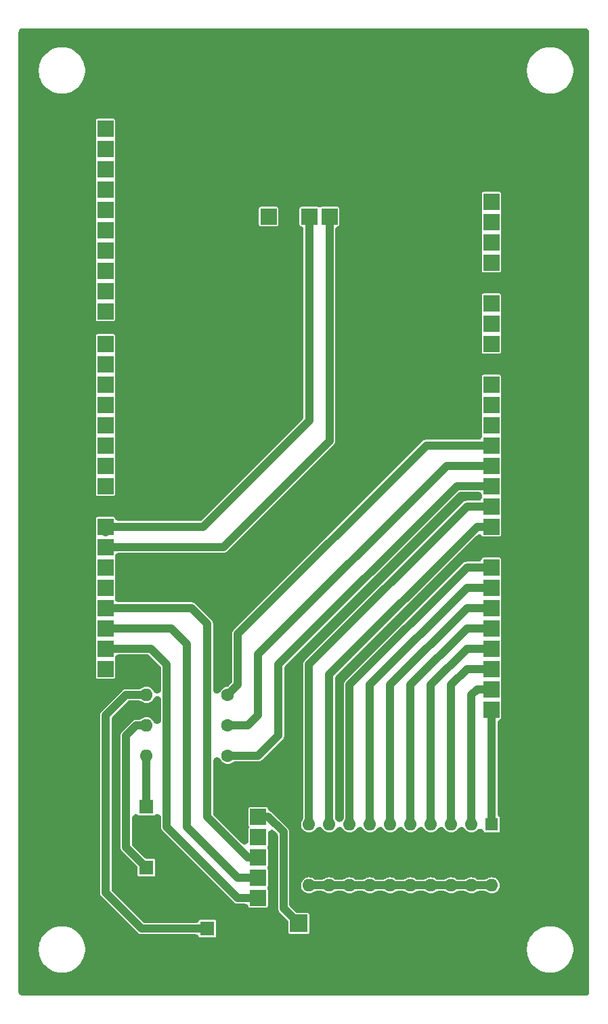
<source format=gbr>
G04 #@! TF.GenerationSoftware,KiCad,Pcbnew,8.0.0*
G04 #@! TF.CreationDate,2024-03-18T20:15:54-07:00*
G04 #@! TF.ProjectId,sumitomo_node_v2,73756d69-746f-46d6-9f5f-6e6f64655f76,rev?*
G04 #@! TF.SameCoordinates,Original*
G04 #@! TF.FileFunction,Copper,L1,Top*
G04 #@! TF.FilePolarity,Positive*
%FSLAX46Y46*%
G04 Gerber Fmt 4.6, Leading zero omitted, Abs format (unit mm)*
G04 Created by KiCad (PCBNEW 8.0.0) date 2024-03-18 20:15:54*
%MOMM*%
%LPD*%
G01*
G04 APERTURE LIST*
G04 #@! TA.AperFunction,ComponentPad*
%ADD10R,2.200000X2.200000*%
G04 #@! TD*
G04 #@! TA.AperFunction,ComponentPad*
%ADD11O,2.200000X2.200000*%
G04 #@! TD*
G04 #@! TA.AperFunction,ComponentPad*
%ADD12R,2.000000X2.000000*%
G04 #@! TD*
G04 #@! TA.AperFunction,ComponentPad*
%ADD13R,1.600000X1.600000*%
G04 #@! TD*
G04 #@! TA.AperFunction,ComponentPad*
%ADD14O,1.600000X1.600000*%
G04 #@! TD*
G04 #@! TA.AperFunction,ComponentPad*
%ADD15C,1.600000*%
G04 #@! TD*
G04 #@! TA.AperFunction,ComponentPad*
%ADD16R,1.800000X1.800000*%
G04 #@! TD*
G04 #@! TA.AperFunction,ComponentPad*
%ADD17C,1.800000*%
G04 #@! TD*
G04 #@! TA.AperFunction,Conductor*
%ADD18C,1.000000*%
G04 #@! TD*
G04 APERTURE END LIST*
D10*
X90170000Y-159385000D03*
D11*
X100330000Y-159385000D03*
D12*
X114260000Y-69144000D03*
X114260000Y-71684000D03*
X114260000Y-74224000D03*
X114260000Y-76764000D03*
X114260000Y-79304000D03*
X114260000Y-81844000D03*
X114260000Y-84384000D03*
X114260000Y-86924000D03*
X114260000Y-92004000D03*
X114260000Y-94544000D03*
X114260000Y-97084000D03*
X114260000Y-99624000D03*
X114260000Y-102164000D03*
X114260000Y-104704000D03*
X114260000Y-107244000D03*
X114260000Y-109784000D03*
X114260000Y-114864000D03*
X114260000Y-117404000D03*
X114260000Y-119944000D03*
X114260000Y-122484000D03*
X114260000Y-125024000D03*
X114260000Y-127564000D03*
X114260000Y-130104000D03*
X114260000Y-132644000D03*
X66000000Y-60000000D03*
X66000000Y-62540000D03*
X66000000Y-65080000D03*
X66000000Y-67620000D03*
X66000000Y-70160000D03*
X66000000Y-72700000D03*
X66000000Y-75240000D03*
X66000000Y-77780000D03*
X66000000Y-80320000D03*
X66000000Y-82860000D03*
X66000000Y-86924000D03*
X66000000Y-89464000D03*
X66000000Y-92004000D03*
X66000000Y-94544000D03*
X66000000Y-97084000D03*
X66000000Y-99624000D03*
X66000000Y-102164000D03*
X66000000Y-104704000D03*
X66000000Y-109784000D03*
X66000000Y-112324000D03*
X66000000Y-114864000D03*
X66000000Y-117404000D03*
X66000000Y-119944000D03*
X66000000Y-122484000D03*
X66000000Y-125024000D03*
X66000000Y-127564000D03*
X85090000Y-156210000D03*
X85090000Y-153670000D03*
X85090000Y-151130000D03*
X85090000Y-148590000D03*
X85090000Y-146050000D03*
X86380000Y-71000000D03*
X88920000Y-71000000D03*
X91460000Y-71000000D03*
X94000000Y-71000000D03*
D13*
X114300000Y-147000000D03*
D14*
X111760000Y-147000000D03*
X109220000Y-147000000D03*
X106680000Y-147000000D03*
X104140000Y-147000000D03*
X101600000Y-147000000D03*
X99060000Y-147000000D03*
X96520000Y-147000000D03*
X93980000Y-147000000D03*
X91440000Y-147000000D03*
X91440000Y-154620000D03*
X93980000Y-154620000D03*
X96520000Y-154620000D03*
X99060000Y-154620000D03*
X101600000Y-154620000D03*
X104140000Y-154620000D03*
X106680000Y-154620000D03*
X109220000Y-154620000D03*
X111760000Y-154620000D03*
X114300000Y-154620000D03*
X71120000Y-130810000D03*
D15*
X81280000Y-130810000D03*
D14*
X71120000Y-134620000D03*
D15*
X81280000Y-134620000D03*
D14*
X71120000Y-138430000D03*
D15*
X81280000Y-138430000D03*
D16*
X78740000Y-160030000D03*
D17*
X78740000Y-157490000D03*
D16*
X71120000Y-152400000D03*
D17*
X71120000Y-154940000D03*
D16*
X71120000Y-144780000D03*
D17*
X71120000Y-147320000D03*
D18*
X66040000Y-133350000D02*
X68580000Y-130810000D01*
X66040000Y-155575000D02*
X66040000Y-133350000D01*
X70495000Y-160030000D02*
X66040000Y-155575000D01*
X78740000Y-160030000D02*
X70495000Y-160030000D01*
X68580000Y-130810000D02*
X71120000Y-130810000D01*
X113030000Y-159385000D02*
X100330000Y-159385000D01*
X116840000Y-155575000D02*
X113030000Y-159385000D01*
X116840000Y-79884000D02*
X116840000Y-155575000D01*
X116260000Y-79304000D02*
X116840000Y-79884000D01*
X114260000Y-79304000D02*
X116260000Y-79304000D01*
X97790000Y-161925000D02*
X100330000Y-159385000D01*
X84455000Y-161925000D02*
X97790000Y-161925000D01*
X80020000Y-157490000D02*
X84455000Y-161925000D01*
X78740000Y-157490000D02*
X80020000Y-157490000D01*
X88265000Y-157480000D02*
X90170000Y-159385000D01*
X88265000Y-147955000D02*
X88265000Y-157480000D01*
X86360000Y-146050000D02*
X88265000Y-147955000D01*
X85090000Y-146050000D02*
X86360000Y-146050000D01*
X102164000Y-79304000D02*
X114260000Y-79304000D01*
X99060000Y-76200000D02*
X102164000Y-79304000D01*
X99060000Y-69850000D02*
X99060000Y-76200000D01*
X96520000Y-67310000D02*
X99060000Y-69850000D01*
X88900000Y-71120000D02*
X88900000Y-68580000D01*
X88900000Y-68580000D02*
X90170000Y-67310000D01*
X88920000Y-71100000D02*
X88900000Y-71120000D01*
X90170000Y-67310000D02*
X96520000Y-67310000D01*
X88920000Y-71000000D02*
X88920000Y-71100000D01*
X106116000Y-99624000D02*
X114260000Y-99624000D01*
X82550000Y-123190000D02*
X106116000Y-99624000D01*
X81280000Y-130810000D02*
X82550000Y-129540000D01*
X82550000Y-129540000D02*
X82550000Y-123190000D01*
X108656000Y-102164000D02*
X114260000Y-102164000D01*
X85090000Y-125730000D02*
X108656000Y-102164000D01*
X85090000Y-133350000D02*
X85090000Y-125730000D01*
X81280000Y-134620000D02*
X83820000Y-134620000D01*
X83820000Y-134620000D02*
X85090000Y-133350000D01*
X109926000Y-104704000D02*
X114260000Y-104704000D01*
X87630000Y-127000000D02*
X109926000Y-104704000D01*
X87630000Y-135890000D02*
X87630000Y-127000000D01*
X85090000Y-138430000D02*
X87630000Y-135890000D01*
X81280000Y-138430000D02*
X85090000Y-138430000D01*
X82550000Y-156210000D02*
X85090000Y-156210000D01*
X73660000Y-147320000D02*
X82550000Y-156210000D01*
X73660000Y-127000000D02*
X73660000Y-147320000D01*
X71684000Y-125024000D02*
X73660000Y-127000000D01*
X66000000Y-125024000D02*
X71684000Y-125024000D01*
X73660000Y-154940000D02*
X73660000Y-153670000D01*
X78740000Y-157490000D02*
X76210000Y-157490000D01*
X76210000Y-157490000D02*
X73660000Y-154940000D01*
X73660000Y-153670000D02*
X72390000Y-154940000D01*
X73660000Y-151130000D02*
X73660000Y-153670000D01*
X71120000Y-148590000D02*
X73660000Y-151130000D01*
X71120000Y-147320000D02*
X71120000Y-148590000D01*
X72390000Y-154940000D02*
X71120000Y-154940000D01*
X68580000Y-135890000D02*
X68580000Y-149860000D01*
X68580000Y-149860000D02*
X71120000Y-152400000D01*
X69850000Y-134620000D02*
X68580000Y-135890000D01*
X71120000Y-134620000D02*
X69850000Y-134620000D01*
X71120000Y-138430000D02*
X71120000Y-144780000D01*
X76200000Y-147320000D02*
X82550000Y-153670000D01*
X82550000Y-153670000D02*
X85090000Y-153670000D01*
X74224000Y-122484000D02*
X76200000Y-124460000D01*
X66000000Y-122484000D02*
X74224000Y-122484000D01*
X76200000Y-124460000D02*
X76200000Y-147320000D01*
X76764000Y-119944000D02*
X66000000Y-119944000D01*
X78740000Y-146050000D02*
X78740000Y-121920000D01*
X78740000Y-121920000D02*
X76764000Y-119944000D01*
X83820000Y-151130000D02*
X78740000Y-146050000D01*
X85090000Y-151130000D02*
X83820000Y-151130000D01*
X80716000Y-112324000D02*
X94000000Y-99040000D01*
X94000000Y-99040000D02*
X94000000Y-71000000D01*
X66000000Y-112324000D02*
X80716000Y-112324000D01*
X91460000Y-96500000D02*
X91460000Y-71000000D01*
X78176000Y-109784000D02*
X91460000Y-96500000D01*
X66000000Y-109784000D02*
X78176000Y-109784000D01*
X66000000Y-110450000D02*
X66040000Y-110490000D01*
X66000000Y-109784000D02*
X66000000Y-110450000D01*
X91440000Y-127000000D02*
X91440000Y-147000000D01*
X111196000Y-107244000D02*
X91440000Y-127000000D01*
X114260000Y-107244000D02*
X111196000Y-107244000D01*
X93980000Y-128270000D02*
X93980000Y-147000000D01*
X112466000Y-109784000D02*
X93980000Y-128270000D01*
X114260000Y-109784000D02*
X112466000Y-109784000D01*
X111196000Y-114864000D02*
X96520000Y-129540000D01*
X114260000Y-114864000D02*
X111196000Y-114864000D01*
X96520000Y-129540000D02*
X96520000Y-147000000D01*
X99060000Y-129540000D02*
X99060000Y-147000000D01*
X114260000Y-117404000D02*
X111196000Y-117404000D01*
X111196000Y-117404000D02*
X99060000Y-129540000D01*
X101600000Y-129540000D02*
X101600000Y-147000000D01*
X111196000Y-119944000D02*
X101600000Y-129540000D01*
X114260000Y-119944000D02*
X111196000Y-119944000D01*
X104140000Y-129540000D02*
X104140000Y-147000000D01*
X111196000Y-122484000D02*
X104140000Y-129540000D01*
X114260000Y-122484000D02*
X111196000Y-122484000D01*
X111196000Y-125024000D02*
X106680000Y-129540000D01*
X114260000Y-125024000D02*
X111196000Y-125024000D01*
X106680000Y-129540000D02*
X106680000Y-147000000D01*
X109220000Y-129540000D02*
X109220000Y-147000000D01*
X111196000Y-127564000D02*
X109220000Y-129540000D01*
X114260000Y-127564000D02*
X111196000Y-127564000D01*
X112466000Y-130104000D02*
X114260000Y-130104000D01*
X111760000Y-130810000D02*
X112466000Y-130104000D01*
X111760000Y-147000000D02*
X111760000Y-130810000D01*
X114300000Y-132684000D02*
X114260000Y-132644000D01*
X114300000Y-147000000D02*
X114300000Y-132684000D01*
X111760000Y-154620000D02*
X114300000Y-154620000D01*
X109220000Y-154620000D02*
X111760000Y-154620000D01*
X106680000Y-154620000D02*
X109220000Y-154620000D01*
X104140000Y-154620000D02*
X106680000Y-154620000D01*
X101600000Y-154620000D02*
X104140000Y-154620000D01*
X99060000Y-154620000D02*
X101600000Y-154620000D01*
X96520000Y-154620000D02*
X99060000Y-154620000D01*
X93980000Y-154620000D02*
X96520000Y-154620000D01*
X91440000Y-154620000D02*
X93980000Y-154620000D01*
G04 #@! TA.AperFunction,Conductor*
G36*
X126141085Y-47510713D02*
G01*
X126270280Y-47569714D01*
X126377619Y-47662724D01*
X126454406Y-47782208D01*
X126494421Y-47918485D01*
X126499500Y-47989500D01*
X126499500Y-167910500D01*
X126479287Y-168051085D01*
X126420286Y-168180280D01*
X126327276Y-168287619D01*
X126207792Y-168364406D01*
X126071515Y-168404421D01*
X126000500Y-168409500D01*
X55609500Y-168409500D01*
X55468915Y-168389287D01*
X55339720Y-168330286D01*
X55232381Y-168237276D01*
X55155594Y-168117792D01*
X55115579Y-167981515D01*
X55110500Y-167910500D01*
X55110500Y-162798894D01*
X57637500Y-162798894D01*
X57673973Y-163122596D01*
X57673978Y-163122627D01*
X57746463Y-163440210D01*
X57746469Y-163440229D01*
X57854063Y-163747719D01*
X57854068Y-163747729D01*
X57995405Y-164041218D01*
X57995414Y-164041235D01*
X57995415Y-164041237D01*
X58168739Y-164317081D01*
X58371857Y-164571783D01*
X58602217Y-164802143D01*
X58856919Y-165005261D01*
X59132763Y-165178585D01*
X59132774Y-165178590D01*
X59132781Y-165178594D01*
X59426270Y-165319931D01*
X59426280Y-165319936D01*
X59500094Y-165345764D01*
X59733773Y-165427532D01*
X59733785Y-165427534D01*
X59733789Y-165427536D01*
X59865805Y-165457667D01*
X60051383Y-165500024D01*
X60375111Y-165536500D01*
X60700889Y-165536500D01*
X61024617Y-165500024D01*
X61296747Y-165437912D01*
X61342210Y-165427536D01*
X61342211Y-165427535D01*
X61342227Y-165427532D01*
X61649722Y-165319935D01*
X61943237Y-165178585D01*
X62219081Y-165005261D01*
X62473783Y-164802143D01*
X62704143Y-164571783D01*
X62907261Y-164317081D01*
X63080585Y-164041237D01*
X63221935Y-163747722D01*
X63329532Y-163440227D01*
X63402024Y-163122617D01*
X63438499Y-162798894D01*
X118679500Y-162798894D01*
X118715973Y-163122596D01*
X118715978Y-163122627D01*
X118788463Y-163440210D01*
X118788469Y-163440229D01*
X118896063Y-163747719D01*
X118896068Y-163747729D01*
X119037405Y-164041218D01*
X119037414Y-164041235D01*
X119037415Y-164041237D01*
X119210739Y-164317081D01*
X119413857Y-164571783D01*
X119644217Y-164802143D01*
X119898919Y-165005261D01*
X120174763Y-165178585D01*
X120174774Y-165178590D01*
X120174781Y-165178594D01*
X120468270Y-165319931D01*
X120468280Y-165319936D01*
X120542094Y-165345764D01*
X120775773Y-165427532D01*
X120775785Y-165427534D01*
X120775789Y-165427536D01*
X120907805Y-165457667D01*
X121093383Y-165500024D01*
X121417111Y-165536500D01*
X121742889Y-165536500D01*
X122066617Y-165500024D01*
X122338747Y-165437912D01*
X122384210Y-165427536D01*
X122384211Y-165427535D01*
X122384227Y-165427532D01*
X122691722Y-165319935D01*
X122985237Y-165178585D01*
X123261081Y-165005261D01*
X123515783Y-164802143D01*
X123746143Y-164571783D01*
X123949261Y-164317081D01*
X124122585Y-164041237D01*
X124263935Y-163747722D01*
X124371532Y-163440227D01*
X124444024Y-163122617D01*
X124480500Y-162798889D01*
X124480500Y-162473111D01*
X124444024Y-162149383D01*
X124371532Y-161831773D01*
X124263935Y-161524278D01*
X124122585Y-161230763D01*
X123949261Y-160954919D01*
X123746143Y-160700217D01*
X123515783Y-160469857D01*
X123515779Y-160469854D01*
X123515776Y-160469851D01*
X123261080Y-160266738D01*
X122985235Y-160093414D01*
X122985218Y-160093405D01*
X122691729Y-159952068D01*
X122691719Y-159952063D01*
X122458043Y-159870297D01*
X122384227Y-159844468D01*
X122384222Y-159844467D01*
X122384210Y-159844463D01*
X122066627Y-159771978D01*
X122066622Y-159771977D01*
X122066617Y-159771976D01*
X122066609Y-159771975D01*
X122066596Y-159771973D01*
X121742894Y-159735500D01*
X121742889Y-159735500D01*
X121417111Y-159735500D01*
X121417105Y-159735500D01*
X121093403Y-159771973D01*
X121093387Y-159771975D01*
X121093383Y-159771976D01*
X121093379Y-159771976D01*
X121093372Y-159771978D01*
X120775789Y-159844463D01*
X120775770Y-159844469D01*
X120468280Y-159952063D01*
X120468270Y-159952068D01*
X120174781Y-160093405D01*
X120174764Y-160093414D01*
X119898919Y-160266738D01*
X119644223Y-160469851D01*
X119644212Y-160469861D01*
X119413861Y-160700212D01*
X119413851Y-160700223D01*
X119210738Y-160954919D01*
X119037414Y-161230764D01*
X119037405Y-161230781D01*
X118896068Y-161524270D01*
X118896063Y-161524280D01*
X118788469Y-161831770D01*
X118788463Y-161831789D01*
X118715978Y-162149372D01*
X118715973Y-162149403D01*
X118679500Y-162473105D01*
X118679500Y-162798894D01*
X63438499Y-162798894D01*
X63438500Y-162798889D01*
X63438500Y-162473111D01*
X63402024Y-162149383D01*
X63329532Y-161831773D01*
X63221935Y-161524278D01*
X63080585Y-161230763D01*
X62907261Y-160954919D01*
X62704143Y-160700217D01*
X62473783Y-160469857D01*
X62473779Y-160469854D01*
X62473776Y-160469851D01*
X62219080Y-160266738D01*
X61943235Y-160093414D01*
X61943218Y-160093405D01*
X61649729Y-159952068D01*
X61649719Y-159952063D01*
X61416043Y-159870297D01*
X61342227Y-159844468D01*
X61342222Y-159844467D01*
X61342210Y-159844463D01*
X61024627Y-159771978D01*
X61024622Y-159771977D01*
X61024617Y-159771976D01*
X61024609Y-159771975D01*
X61024596Y-159771973D01*
X60700894Y-159735500D01*
X60700889Y-159735500D01*
X60375111Y-159735500D01*
X60375105Y-159735500D01*
X60051403Y-159771973D01*
X60051387Y-159771975D01*
X60051383Y-159771976D01*
X60051379Y-159771976D01*
X60051372Y-159771978D01*
X59733789Y-159844463D01*
X59733770Y-159844469D01*
X59426280Y-159952063D01*
X59426270Y-159952068D01*
X59132781Y-160093405D01*
X59132764Y-160093414D01*
X58856919Y-160266738D01*
X58602223Y-160469851D01*
X58602212Y-160469861D01*
X58371861Y-160700212D01*
X58371851Y-160700223D01*
X58168738Y-160954919D01*
X57995414Y-161230764D01*
X57995405Y-161230781D01*
X57854068Y-161524270D01*
X57854063Y-161524280D01*
X57746469Y-161831770D01*
X57746463Y-161831789D01*
X57673978Y-162149372D01*
X57673973Y-162149403D01*
X57637500Y-162473105D01*
X57637500Y-162798894D01*
X55110500Y-162798894D01*
X55110500Y-128583754D01*
X64799500Y-128583754D01*
X64811131Y-128642228D01*
X64811133Y-128642232D01*
X64855447Y-128708551D01*
X64855448Y-128708552D01*
X64921767Y-128752866D01*
X64921771Y-128752868D01*
X64980245Y-128764499D01*
X64980248Y-128764499D01*
X64980252Y-128764500D01*
X64980256Y-128764500D01*
X67019744Y-128764500D01*
X67019748Y-128764500D01*
X67019752Y-128764499D01*
X67019754Y-128764499D01*
X67078228Y-128752868D01*
X67078229Y-128752867D01*
X67078231Y-128752867D01*
X67144552Y-128708552D01*
X67188867Y-128642231D01*
X67188869Y-128642225D01*
X67200499Y-128583754D01*
X67200500Y-128583744D01*
X67200500Y-126544255D01*
X67200499Y-126544245D01*
X67188868Y-126485774D01*
X67188867Y-126485773D01*
X67188867Y-126485769D01*
X67188864Y-126485764D01*
X67188535Y-126484969D01*
X67153407Y-126347351D01*
X67158474Y-126205411D01*
X67188535Y-126103031D01*
X67188865Y-126102233D01*
X67188867Y-126102231D01*
X67188867Y-126102228D01*
X67207679Y-126056816D01*
X67208455Y-126057137D01*
X67231355Y-125992220D01*
X67314425Y-125877016D01*
X67426587Y-125789882D01*
X67558753Y-125737877D01*
X67673521Y-125724500D01*
X71187151Y-125724500D01*
X71327736Y-125744713D01*
X71456931Y-125803714D01*
X71539997Y-125870654D01*
X72813346Y-127144003D01*
X72898462Y-127257704D01*
X72948096Y-127390779D01*
X72959500Y-127496849D01*
X72959500Y-130136925D01*
X72939287Y-130277510D01*
X72880286Y-130406705D01*
X72787276Y-130514044D01*
X72667792Y-130590831D01*
X72531515Y-130630846D01*
X72389485Y-130630846D01*
X72253208Y-130590831D01*
X72133724Y-130514044D01*
X72040714Y-130406705D01*
X72020422Y-130372154D01*
X71955910Y-130251462D01*
X71830883Y-130099116D01*
X71693708Y-129986540D01*
X71678538Y-129974090D01*
X71678536Y-129974089D01*
X71678535Y-129974088D01*
X71504731Y-129881187D01*
X71504727Y-129881185D01*
X71316133Y-129823976D01*
X71120001Y-129804659D01*
X71119999Y-129804659D01*
X70923866Y-129823976D01*
X70735272Y-129881185D01*
X70735268Y-129881187D01*
X70561464Y-129974088D01*
X70534482Y-129996232D01*
X70412986Y-130069793D01*
X70275687Y-130106145D01*
X70217920Y-130109500D01*
X68511005Y-130109500D01*
X68457165Y-130120209D01*
X68402591Y-130131065D01*
X68375671Y-130136420D01*
X68375669Y-130136420D01*
X68375668Y-130136421D01*
X68344739Y-130149232D01*
X68322866Y-130158292D01*
X68322864Y-130158293D01*
X68322863Y-130158292D01*
X68248196Y-130189221D01*
X68248188Y-130189225D01*
X68229964Y-130201402D01*
X68211740Y-130213580D01*
X68155046Y-130251462D01*
X68133454Y-130265889D01*
X68133450Y-130265892D01*
X65495890Y-132903451D01*
X65495887Y-132903455D01*
X65447541Y-132975811D01*
X65419226Y-133018186D01*
X65419224Y-133018190D01*
X65366420Y-133145671D01*
X65366419Y-133145674D01*
X65339500Y-133281008D01*
X65339500Y-155643991D01*
X65339499Y-155643991D01*
X65366420Y-155779327D01*
X65366423Y-155779336D01*
X65419221Y-155906804D01*
X65419226Y-155906813D01*
X65495884Y-156021541D01*
X65495888Y-156021546D01*
X69950886Y-160476542D01*
X70048456Y-160574112D01*
X70048463Y-160574118D01*
X70163185Y-160650773D01*
X70163189Y-160650775D01*
X70218938Y-160673867D01*
X70237864Y-160681706D01*
X70237866Y-160681707D01*
X70290671Y-160703580D01*
X70317568Y-160708929D01*
X70317591Y-160708937D01*
X70317591Y-160708934D01*
X70426007Y-160730500D01*
X77202672Y-160730500D01*
X77343257Y-160750713D01*
X77472452Y-160809714D01*
X77579791Y-160902724D01*
X77622081Y-160968530D01*
X77623826Y-160967365D01*
X77695447Y-161074551D01*
X77695448Y-161074552D01*
X77761767Y-161118866D01*
X77761771Y-161118868D01*
X77820245Y-161130499D01*
X77820248Y-161130499D01*
X77820252Y-161130500D01*
X77820256Y-161130500D01*
X79659744Y-161130500D01*
X79659748Y-161130500D01*
X79659752Y-161130499D01*
X79659754Y-161130499D01*
X79718228Y-161118868D01*
X79718229Y-161118867D01*
X79718231Y-161118867D01*
X79784552Y-161074552D01*
X79828867Y-161008231D01*
X79839472Y-160954919D01*
X79840499Y-160949754D01*
X79840500Y-160949744D01*
X79840500Y-159110255D01*
X79840499Y-159110245D01*
X79828868Y-159051771D01*
X79828866Y-159051767D01*
X79784552Y-158985448D01*
X79784551Y-158985447D01*
X79718232Y-158941133D01*
X79718228Y-158941131D01*
X79659754Y-158929500D01*
X79659748Y-158929500D01*
X77820252Y-158929500D01*
X77820245Y-158929500D01*
X77761771Y-158941131D01*
X77761767Y-158941133D01*
X77695448Y-158985447D01*
X77695447Y-158985448D01*
X77623826Y-159092635D01*
X77622129Y-159091501D01*
X77591218Y-159143602D01*
X77487268Y-159240386D01*
X77360262Y-159303962D01*
X77220488Y-159329182D01*
X77202672Y-159329500D01*
X70991848Y-159329500D01*
X70851263Y-159309287D01*
X70722068Y-159250286D01*
X70639002Y-159183346D01*
X66886654Y-155430997D01*
X66801538Y-155317296D01*
X66751904Y-155184221D01*
X66740500Y-155078151D01*
X66740500Y-133846848D01*
X66760713Y-133706263D01*
X66819714Y-133577068D01*
X66886654Y-133494002D01*
X68724002Y-131656654D01*
X68837703Y-131571538D01*
X68970778Y-131521904D01*
X69076848Y-131510500D01*
X70217920Y-131510500D01*
X70358505Y-131530713D01*
X70487700Y-131589714D01*
X70534482Y-131623768D01*
X70561462Y-131645910D01*
X70561464Y-131645911D01*
X70735268Y-131738812D01*
X70735272Y-131738814D01*
X70817392Y-131763724D01*
X70923868Y-131796024D01*
X71098571Y-131813230D01*
X71119999Y-131815341D01*
X71120000Y-131815341D01*
X71120001Y-131815341D01*
X71139318Y-131813438D01*
X71316132Y-131796024D01*
X71504727Y-131738814D01*
X71678538Y-131645910D01*
X71830883Y-131520883D01*
X71955910Y-131368538D01*
X71955914Y-131368531D01*
X72020422Y-131247847D01*
X72104519Y-131133391D01*
X72217456Y-131047264D01*
X72350083Y-130996444D01*
X72491655Y-130985048D01*
X72630703Y-131013999D01*
X72755963Y-131080951D01*
X72857286Y-131180482D01*
X72926463Y-131304526D01*
X72957891Y-131443036D01*
X72959500Y-131483074D01*
X72959500Y-133946925D01*
X72939287Y-134087510D01*
X72880286Y-134216705D01*
X72787276Y-134324044D01*
X72667792Y-134400831D01*
X72531515Y-134440846D01*
X72389485Y-134440846D01*
X72253208Y-134400831D01*
X72133724Y-134324044D01*
X72040714Y-134216705D01*
X72020422Y-134182154D01*
X71955910Y-134061462D01*
X71830883Y-133909116D01*
X71705518Y-133806232D01*
X71678538Y-133784090D01*
X71678536Y-133784089D01*
X71678535Y-133784088D01*
X71504731Y-133691187D01*
X71504727Y-133691185D01*
X71316133Y-133633976D01*
X71120001Y-133614659D01*
X71119999Y-133614659D01*
X70923866Y-133633976D01*
X70735272Y-133691185D01*
X70735268Y-133691187D01*
X70561464Y-133784088D01*
X70534482Y-133806232D01*
X70412986Y-133879793D01*
X70275687Y-133916145D01*
X70217920Y-133919500D01*
X69781005Y-133919500D01*
X69732935Y-133929062D01*
X69672591Y-133941065D01*
X69659131Y-133943742D01*
X69645674Y-133946419D01*
X69645666Y-133946422D01*
X69518195Y-133999221D01*
X69518186Y-133999226D01*
X69403458Y-134075884D01*
X69403453Y-134075888D01*
X68035891Y-135443450D01*
X68035890Y-135443452D01*
X68035887Y-135443455D01*
X68035886Y-135443457D01*
X67965489Y-135548814D01*
X67965488Y-135548815D01*
X67959227Y-135558185D01*
X67959225Y-135558187D01*
X67959225Y-135558189D01*
X67939412Y-135606023D01*
X67906420Y-135685671D01*
X67906419Y-135685674D01*
X67879500Y-135821008D01*
X67879500Y-149928991D01*
X67879499Y-149928991D01*
X67906420Y-150064327D01*
X67906423Y-150064336D01*
X67959221Y-150191804D01*
X67959226Y-150191813D01*
X68035884Y-150306541D01*
X68035888Y-150306546D01*
X69873346Y-152144002D01*
X69958462Y-152257703D01*
X70008096Y-152390778D01*
X70019500Y-152496848D01*
X70019500Y-153319754D01*
X70031131Y-153378228D01*
X70031133Y-153378232D01*
X70075447Y-153444551D01*
X70075448Y-153444552D01*
X70141767Y-153488866D01*
X70141771Y-153488868D01*
X70200245Y-153500499D01*
X70200248Y-153500499D01*
X70200252Y-153500500D01*
X70200256Y-153500500D01*
X72039744Y-153500500D01*
X72039748Y-153500500D01*
X72039752Y-153500499D01*
X72039754Y-153500499D01*
X72098228Y-153488868D01*
X72098229Y-153488867D01*
X72098231Y-153488867D01*
X72164552Y-153444552D01*
X72208867Y-153378231D01*
X72220500Y-153319748D01*
X72220500Y-151480252D01*
X72220499Y-151480245D01*
X72208868Y-151421771D01*
X72208866Y-151421767D01*
X72164552Y-151355448D01*
X72164551Y-151355447D01*
X72098232Y-151311133D01*
X72098228Y-151311131D01*
X72039754Y-151299500D01*
X72039748Y-151299500D01*
X71216848Y-151299500D01*
X71076263Y-151279287D01*
X70947068Y-151220286D01*
X70864002Y-151153346D01*
X69426654Y-149715997D01*
X69341538Y-149602296D01*
X69291904Y-149469221D01*
X69280500Y-149363151D01*
X69280500Y-146226947D01*
X69300713Y-146086362D01*
X69359714Y-145957167D01*
X69452724Y-145849828D01*
X69572208Y-145773041D01*
X69708485Y-145733026D01*
X69850515Y-145733026D01*
X69986792Y-145773041D01*
X70056736Y-145812048D01*
X70075447Y-145824550D01*
X70075448Y-145824552D01*
X70113276Y-145849828D01*
X70141769Y-145868867D01*
X70141771Y-145868868D01*
X70200245Y-145880499D01*
X70200248Y-145880499D01*
X70200252Y-145880500D01*
X70200256Y-145880500D01*
X72039744Y-145880500D01*
X72039748Y-145880500D01*
X72039752Y-145880499D01*
X72039754Y-145880499D01*
X72098228Y-145868868D01*
X72098229Y-145868867D01*
X72098231Y-145868867D01*
X72164552Y-145824552D01*
X72164552Y-145824550D01*
X72183264Y-145812048D01*
X72311385Y-145750748D01*
X72451586Y-145728027D01*
X72592509Y-145745725D01*
X72722738Y-145802409D01*
X72831722Y-145893487D01*
X72910631Y-146011580D01*
X72953074Y-146147120D01*
X72959500Y-146226947D01*
X72959500Y-147388991D01*
X72959499Y-147388991D01*
X72972689Y-147455298D01*
X72983262Y-147508454D01*
X72986420Y-147524327D01*
X72986423Y-147524336D01*
X73039221Y-147651804D01*
X73039226Y-147651813D01*
X73115884Y-147766541D01*
X73115888Y-147766546D01*
X82103453Y-156754111D01*
X82103457Y-156754114D01*
X82218189Y-156830775D01*
X82218191Y-156830775D01*
X82218195Y-156830778D01*
X82301583Y-156865317D01*
X82345672Y-156883580D01*
X82481006Y-156910500D01*
X82481007Y-156910500D01*
X83416479Y-156910500D01*
X83557064Y-156930713D01*
X83686259Y-156989714D01*
X83793598Y-157082724D01*
X83870385Y-157202208D01*
X83887665Y-157255718D01*
X83901133Y-157288232D01*
X83945447Y-157354551D01*
X83945448Y-157354552D01*
X84011767Y-157398866D01*
X84011771Y-157398868D01*
X84070245Y-157410499D01*
X84070248Y-157410499D01*
X84070252Y-157410500D01*
X84070256Y-157410500D01*
X86109744Y-157410500D01*
X86109748Y-157410500D01*
X86109752Y-157410499D01*
X86109754Y-157410499D01*
X86168228Y-157398868D01*
X86168229Y-157398867D01*
X86168231Y-157398867D01*
X86234552Y-157354552D01*
X86278867Y-157288231D01*
X86285335Y-157255718D01*
X86290499Y-157229754D01*
X86290500Y-157229744D01*
X86290500Y-155190255D01*
X86290499Y-155190245D01*
X86278868Y-155131774D01*
X86278867Y-155131773D01*
X86278867Y-155131769D01*
X86278864Y-155131764D01*
X86278535Y-155130969D01*
X86243407Y-154993351D01*
X86248474Y-154851411D01*
X86278535Y-154749031D01*
X86278863Y-154748236D01*
X86278867Y-154748231D01*
X86290500Y-154689748D01*
X86290500Y-152650252D01*
X86278867Y-152591769D01*
X86278864Y-152591764D01*
X86278535Y-152590969D01*
X86243407Y-152453351D01*
X86248474Y-152311411D01*
X86278535Y-152209031D01*
X86278863Y-152208236D01*
X86278867Y-152208231D01*
X86290500Y-152149748D01*
X86290500Y-150110252D01*
X86278867Y-150051769D01*
X86278864Y-150051764D01*
X86278535Y-150050969D01*
X86243407Y-149913351D01*
X86248474Y-149771411D01*
X86278535Y-149669031D01*
X86278863Y-149668236D01*
X86278867Y-149668231D01*
X86290500Y-149609748D01*
X86290500Y-148175849D01*
X86310713Y-148035264D01*
X86369714Y-147906069D01*
X86462724Y-147798730D01*
X86582208Y-147721943D01*
X86718485Y-147681928D01*
X86860515Y-147681928D01*
X86996792Y-147721943D01*
X87116276Y-147798730D01*
X87142346Y-147823003D01*
X87418346Y-148099003D01*
X87503462Y-148212704D01*
X87553096Y-148345779D01*
X87564500Y-148451849D01*
X87564500Y-157548991D01*
X87564499Y-157548991D01*
X87591420Y-157684327D01*
X87591423Y-157684336D01*
X87644221Y-157811804D01*
X87644226Y-157811813D01*
X87720884Y-157926541D01*
X87720888Y-157926546D01*
X88723346Y-158929003D01*
X88808462Y-159042704D01*
X88858096Y-159175779D01*
X88869500Y-159281849D01*
X88869500Y-160504754D01*
X88881131Y-160563228D01*
X88881133Y-160563232D01*
X88925447Y-160629551D01*
X88925448Y-160629552D01*
X88991767Y-160673866D01*
X88991771Y-160673868D01*
X89050245Y-160685499D01*
X89050248Y-160685499D01*
X89050252Y-160685500D01*
X89050256Y-160685500D01*
X91289744Y-160685500D01*
X91289748Y-160685500D01*
X91289752Y-160685499D01*
X91289754Y-160685499D01*
X91348228Y-160673868D01*
X91348229Y-160673867D01*
X91348231Y-160673867D01*
X91414552Y-160629552D01*
X91458867Y-160563231D01*
X91470500Y-160504748D01*
X91470500Y-158265252D01*
X91470499Y-158265245D01*
X91458868Y-158206771D01*
X91458866Y-158206767D01*
X91414552Y-158140448D01*
X91414551Y-158140447D01*
X91348232Y-158096133D01*
X91348228Y-158096131D01*
X91289754Y-158084500D01*
X91289748Y-158084500D01*
X90066849Y-158084500D01*
X89926264Y-158064287D01*
X89797069Y-158005286D01*
X89714003Y-157938346D01*
X89111654Y-157335997D01*
X89026538Y-157222296D01*
X88976904Y-157089221D01*
X88965500Y-156983151D01*
X88965500Y-154620000D01*
X90434659Y-154620000D01*
X90453976Y-154816133D01*
X90511185Y-155004727D01*
X90511187Y-155004731D01*
X90579091Y-155131769D01*
X90604090Y-155178538D01*
X90613706Y-155190255D01*
X90729116Y-155330883D01*
X90764848Y-155360207D01*
X90881462Y-155455910D01*
X90881464Y-155455911D01*
X91055268Y-155548812D01*
X91055272Y-155548814D01*
X91137392Y-155573724D01*
X91243868Y-155606024D01*
X91418571Y-155623230D01*
X91439999Y-155625341D01*
X91440000Y-155625341D01*
X91440001Y-155625341D01*
X91459318Y-155623438D01*
X91636132Y-155606024D01*
X91824727Y-155548814D01*
X91998538Y-155455910D01*
X92025518Y-155433768D01*
X92147014Y-155360207D01*
X92284313Y-155323855D01*
X92342080Y-155320500D01*
X93077920Y-155320500D01*
X93218505Y-155340713D01*
X93347700Y-155399714D01*
X93394482Y-155433768D01*
X93421462Y-155455910D01*
X93421464Y-155455911D01*
X93595268Y-155548812D01*
X93595272Y-155548814D01*
X93677392Y-155573724D01*
X93783868Y-155606024D01*
X93958571Y-155623230D01*
X93979999Y-155625341D01*
X93980000Y-155625341D01*
X93980001Y-155625341D01*
X93999318Y-155623438D01*
X94176132Y-155606024D01*
X94364727Y-155548814D01*
X94538538Y-155455910D01*
X94565518Y-155433768D01*
X94687014Y-155360207D01*
X94824313Y-155323855D01*
X94882080Y-155320500D01*
X95617920Y-155320500D01*
X95758505Y-155340713D01*
X95887700Y-155399714D01*
X95934482Y-155433768D01*
X95961462Y-155455910D01*
X95961464Y-155455911D01*
X96135268Y-155548812D01*
X96135272Y-155548814D01*
X96217392Y-155573724D01*
X96323868Y-155606024D01*
X96498571Y-155623230D01*
X96519999Y-155625341D01*
X96520000Y-155625341D01*
X96520001Y-155625341D01*
X96539318Y-155623438D01*
X96716132Y-155606024D01*
X96904727Y-155548814D01*
X97078538Y-155455910D01*
X97105518Y-155433768D01*
X97227014Y-155360207D01*
X97364313Y-155323855D01*
X97422080Y-155320500D01*
X98157920Y-155320500D01*
X98298505Y-155340713D01*
X98427700Y-155399714D01*
X98474482Y-155433768D01*
X98501462Y-155455910D01*
X98501464Y-155455911D01*
X98675268Y-155548812D01*
X98675272Y-155548814D01*
X98757392Y-155573724D01*
X98863868Y-155606024D01*
X99038571Y-155623230D01*
X99059999Y-155625341D01*
X99060000Y-155625341D01*
X99060001Y-155625341D01*
X99079318Y-155623438D01*
X99256132Y-155606024D01*
X99444727Y-155548814D01*
X99618538Y-155455910D01*
X99645518Y-155433768D01*
X99767014Y-155360207D01*
X99904313Y-155323855D01*
X99962080Y-155320500D01*
X100697920Y-155320500D01*
X100838505Y-155340713D01*
X100967700Y-155399714D01*
X101014482Y-155433768D01*
X101041462Y-155455910D01*
X101041464Y-155455911D01*
X101215268Y-155548812D01*
X101215272Y-155548814D01*
X101297392Y-155573724D01*
X101403868Y-155606024D01*
X101578571Y-155623230D01*
X101599999Y-155625341D01*
X101600000Y-155625341D01*
X101600001Y-155625341D01*
X101619318Y-155623438D01*
X101796132Y-155606024D01*
X101984727Y-155548814D01*
X102158538Y-155455910D01*
X102185518Y-155433768D01*
X102307014Y-155360207D01*
X102444313Y-155323855D01*
X102502080Y-155320500D01*
X103237920Y-155320500D01*
X103378505Y-155340713D01*
X103507700Y-155399714D01*
X103554482Y-155433768D01*
X103581462Y-155455910D01*
X103581464Y-155455911D01*
X103755268Y-155548812D01*
X103755272Y-155548814D01*
X103837392Y-155573724D01*
X103943868Y-155606024D01*
X104118571Y-155623230D01*
X104139999Y-155625341D01*
X104140000Y-155625341D01*
X104140001Y-155625341D01*
X104159318Y-155623438D01*
X104336132Y-155606024D01*
X104524727Y-155548814D01*
X104698538Y-155455910D01*
X104725518Y-155433768D01*
X104847014Y-155360207D01*
X104984313Y-155323855D01*
X105042080Y-155320500D01*
X105777920Y-155320500D01*
X105918505Y-155340713D01*
X106047700Y-155399714D01*
X106094482Y-155433768D01*
X106121462Y-155455910D01*
X106121464Y-155455911D01*
X106295268Y-155548812D01*
X106295272Y-155548814D01*
X106377392Y-155573724D01*
X106483868Y-155606024D01*
X106658571Y-155623230D01*
X106679999Y-155625341D01*
X106680000Y-155625341D01*
X106680001Y-155625341D01*
X106699318Y-155623438D01*
X106876132Y-155606024D01*
X107064727Y-155548814D01*
X107238538Y-155455910D01*
X107265518Y-155433768D01*
X107387014Y-155360207D01*
X107524313Y-155323855D01*
X107582080Y-155320500D01*
X108317920Y-155320500D01*
X108458505Y-155340713D01*
X108587700Y-155399714D01*
X108634482Y-155433768D01*
X108661462Y-155455910D01*
X108661464Y-155455911D01*
X108835268Y-155548812D01*
X108835272Y-155548814D01*
X108917392Y-155573724D01*
X109023868Y-155606024D01*
X109198571Y-155623230D01*
X109219999Y-155625341D01*
X109220000Y-155625341D01*
X109220001Y-155625341D01*
X109239318Y-155623438D01*
X109416132Y-155606024D01*
X109604727Y-155548814D01*
X109778538Y-155455910D01*
X109805518Y-155433768D01*
X109927014Y-155360207D01*
X110064313Y-155323855D01*
X110122080Y-155320500D01*
X110857920Y-155320500D01*
X110998505Y-155340713D01*
X111127700Y-155399714D01*
X111174482Y-155433768D01*
X111201462Y-155455910D01*
X111201464Y-155455911D01*
X111375268Y-155548812D01*
X111375272Y-155548814D01*
X111457392Y-155573724D01*
X111563868Y-155606024D01*
X111738571Y-155623230D01*
X111759999Y-155625341D01*
X111760000Y-155625341D01*
X111760001Y-155625341D01*
X111779318Y-155623438D01*
X111956132Y-155606024D01*
X112144727Y-155548814D01*
X112318538Y-155455910D01*
X112345518Y-155433768D01*
X112467014Y-155360207D01*
X112604313Y-155323855D01*
X112662080Y-155320500D01*
X113397920Y-155320500D01*
X113538505Y-155340713D01*
X113667700Y-155399714D01*
X113714482Y-155433768D01*
X113741462Y-155455910D01*
X113741464Y-155455911D01*
X113915268Y-155548812D01*
X113915272Y-155548814D01*
X113997392Y-155573724D01*
X114103868Y-155606024D01*
X114278571Y-155623230D01*
X114299999Y-155625341D01*
X114300000Y-155625341D01*
X114300001Y-155625341D01*
X114319318Y-155623438D01*
X114496132Y-155606024D01*
X114684727Y-155548814D01*
X114858538Y-155455910D01*
X115010883Y-155330883D01*
X115135910Y-155178538D01*
X115228814Y-155004727D01*
X115286024Y-154816132D01*
X115305341Y-154620000D01*
X115286024Y-154423868D01*
X115253724Y-154317392D01*
X115228814Y-154235272D01*
X115228812Y-154235268D01*
X115135911Y-154061464D01*
X115135910Y-154061462D01*
X115081064Y-153994632D01*
X115010883Y-153909116D01*
X114885518Y-153806232D01*
X114858538Y-153784090D01*
X114858536Y-153784089D01*
X114858535Y-153784088D01*
X114684731Y-153691187D01*
X114684727Y-153691185D01*
X114496133Y-153633976D01*
X114300001Y-153614659D01*
X114299999Y-153614659D01*
X114103866Y-153633976D01*
X113915272Y-153691185D01*
X113915268Y-153691187D01*
X113741464Y-153784088D01*
X113714482Y-153806232D01*
X113592986Y-153879793D01*
X113455687Y-153916145D01*
X113397920Y-153919500D01*
X112662080Y-153919500D01*
X112521495Y-153899287D01*
X112392300Y-153840286D01*
X112345518Y-153806232D01*
X112343572Y-153804635D01*
X112318538Y-153784090D01*
X112318536Y-153784089D01*
X112318535Y-153784088D01*
X112144731Y-153691187D01*
X112144727Y-153691185D01*
X111956133Y-153633976D01*
X111760001Y-153614659D01*
X111759999Y-153614659D01*
X111563866Y-153633976D01*
X111375272Y-153691185D01*
X111375268Y-153691187D01*
X111201464Y-153784088D01*
X111174482Y-153806232D01*
X111052986Y-153879793D01*
X110915687Y-153916145D01*
X110857920Y-153919500D01*
X110122080Y-153919500D01*
X109981495Y-153899287D01*
X109852300Y-153840286D01*
X109805518Y-153806232D01*
X109803572Y-153804635D01*
X109778538Y-153784090D01*
X109778536Y-153784089D01*
X109778535Y-153784088D01*
X109604731Y-153691187D01*
X109604727Y-153691185D01*
X109416133Y-153633976D01*
X109220001Y-153614659D01*
X109219999Y-153614659D01*
X109023866Y-153633976D01*
X108835272Y-153691185D01*
X108835268Y-153691187D01*
X108661464Y-153784088D01*
X108634482Y-153806232D01*
X108512986Y-153879793D01*
X108375687Y-153916145D01*
X108317920Y-153919500D01*
X107582080Y-153919500D01*
X107441495Y-153899287D01*
X107312300Y-153840286D01*
X107265518Y-153806232D01*
X107263572Y-153804635D01*
X107238538Y-153784090D01*
X107238536Y-153784089D01*
X107238535Y-153784088D01*
X107064731Y-153691187D01*
X107064727Y-153691185D01*
X106876133Y-153633976D01*
X106680001Y-153614659D01*
X106679999Y-153614659D01*
X106483866Y-153633976D01*
X106295272Y-153691185D01*
X106295268Y-153691187D01*
X106121464Y-153784088D01*
X106094482Y-153806232D01*
X105972986Y-153879793D01*
X105835687Y-153916145D01*
X105777920Y-153919500D01*
X105042080Y-153919500D01*
X104901495Y-153899287D01*
X104772300Y-153840286D01*
X104725518Y-153806232D01*
X104723572Y-153804635D01*
X104698538Y-153784090D01*
X104698536Y-153784089D01*
X104698535Y-153784088D01*
X104524731Y-153691187D01*
X104524727Y-153691185D01*
X104336133Y-153633976D01*
X104140001Y-153614659D01*
X104139999Y-153614659D01*
X103943866Y-153633976D01*
X103755272Y-153691185D01*
X103755268Y-153691187D01*
X103581464Y-153784088D01*
X103554482Y-153806232D01*
X103432986Y-153879793D01*
X103295687Y-153916145D01*
X103237920Y-153919500D01*
X102502080Y-153919500D01*
X102361495Y-153899287D01*
X102232300Y-153840286D01*
X102185518Y-153806232D01*
X102183572Y-153804635D01*
X102158538Y-153784090D01*
X102158536Y-153784089D01*
X102158535Y-153784088D01*
X101984731Y-153691187D01*
X101984727Y-153691185D01*
X101796133Y-153633976D01*
X101600001Y-153614659D01*
X101599999Y-153614659D01*
X101403866Y-153633976D01*
X101215272Y-153691185D01*
X101215268Y-153691187D01*
X101041464Y-153784088D01*
X101014482Y-153806232D01*
X100892986Y-153879793D01*
X100755687Y-153916145D01*
X100697920Y-153919500D01*
X99962080Y-153919500D01*
X99821495Y-153899287D01*
X99692300Y-153840286D01*
X99645518Y-153806232D01*
X99643572Y-153804635D01*
X99618538Y-153784090D01*
X99618536Y-153784089D01*
X99618535Y-153784088D01*
X99444731Y-153691187D01*
X99444727Y-153691185D01*
X99256133Y-153633976D01*
X99060001Y-153614659D01*
X99059999Y-153614659D01*
X98863866Y-153633976D01*
X98675272Y-153691185D01*
X98675268Y-153691187D01*
X98501464Y-153784088D01*
X98474482Y-153806232D01*
X98352986Y-153879793D01*
X98215687Y-153916145D01*
X98157920Y-153919500D01*
X97422080Y-153919500D01*
X97281495Y-153899287D01*
X97152300Y-153840286D01*
X97105518Y-153806232D01*
X97103572Y-153804635D01*
X97078538Y-153784090D01*
X97078536Y-153784089D01*
X97078535Y-153784088D01*
X96904731Y-153691187D01*
X96904727Y-153691185D01*
X96716133Y-153633976D01*
X96520001Y-153614659D01*
X96519999Y-153614659D01*
X96323866Y-153633976D01*
X96135272Y-153691185D01*
X96135268Y-153691187D01*
X95961464Y-153784088D01*
X95934482Y-153806232D01*
X95812986Y-153879793D01*
X95675687Y-153916145D01*
X95617920Y-153919500D01*
X94882080Y-153919500D01*
X94741495Y-153899287D01*
X94612300Y-153840286D01*
X94565518Y-153806232D01*
X94563572Y-153804635D01*
X94538538Y-153784090D01*
X94538536Y-153784089D01*
X94538535Y-153784088D01*
X94364731Y-153691187D01*
X94364727Y-153691185D01*
X94176133Y-153633976D01*
X93980001Y-153614659D01*
X93979999Y-153614659D01*
X93783866Y-153633976D01*
X93595272Y-153691185D01*
X93595268Y-153691187D01*
X93421464Y-153784088D01*
X93394482Y-153806232D01*
X93272986Y-153879793D01*
X93135687Y-153916145D01*
X93077920Y-153919500D01*
X92342080Y-153919500D01*
X92201495Y-153899287D01*
X92072300Y-153840286D01*
X92025518Y-153806232D01*
X92023572Y-153804635D01*
X91998538Y-153784090D01*
X91998536Y-153784089D01*
X91998535Y-153784088D01*
X91824731Y-153691187D01*
X91824727Y-153691185D01*
X91636133Y-153633976D01*
X91440001Y-153614659D01*
X91439999Y-153614659D01*
X91243866Y-153633976D01*
X91055272Y-153691185D01*
X91055268Y-153691187D01*
X90881464Y-153784088D01*
X90729116Y-153909116D01*
X90604088Y-154061464D01*
X90511187Y-154235268D01*
X90511185Y-154235272D01*
X90453976Y-154423866D01*
X90434659Y-154619999D01*
X90434659Y-154620000D01*
X88965500Y-154620000D01*
X88965500Y-147886010D01*
X88965500Y-147886007D01*
X88938580Y-147750672D01*
X88885775Y-147623189D01*
X88850404Y-147570252D01*
X88809114Y-147508457D01*
X88809111Y-147508454D01*
X88809108Y-147508450D01*
X86806546Y-145505888D01*
X86806541Y-145505884D01*
X86691813Y-145429226D01*
X86691807Y-145429223D01*
X86587370Y-145385964D01*
X86465222Y-145313490D01*
X86368440Y-145209539D01*
X86304865Y-145082532D01*
X86288918Y-145022301D01*
X86278867Y-144971769D01*
X86234552Y-144905448D01*
X86234551Y-144905447D01*
X86168232Y-144861133D01*
X86168228Y-144861131D01*
X86109754Y-144849500D01*
X86109748Y-144849500D01*
X84070252Y-144849500D01*
X84070245Y-144849500D01*
X84011771Y-144861131D01*
X84011767Y-144861133D01*
X83945448Y-144905447D01*
X83945447Y-144905448D01*
X83901133Y-144971767D01*
X83901131Y-144971771D01*
X83889500Y-145030245D01*
X83889500Y-147069754D01*
X83901132Y-147128233D01*
X83901467Y-147129040D01*
X83936593Y-147266658D01*
X83931524Y-147408598D01*
X83901467Y-147510960D01*
X83901132Y-147511766D01*
X83889500Y-147570245D01*
X83889500Y-149004151D01*
X83869287Y-149144736D01*
X83810286Y-149273931D01*
X83717276Y-149381270D01*
X83597792Y-149458057D01*
X83461515Y-149498072D01*
X83319485Y-149498072D01*
X83183208Y-149458057D01*
X83063724Y-149381270D01*
X83037654Y-149356997D01*
X79586654Y-145905997D01*
X79501538Y-145792296D01*
X79451904Y-145659221D01*
X79440500Y-145553151D01*
X79440500Y-139103074D01*
X79460713Y-138962489D01*
X79519714Y-138833294D01*
X79612724Y-138725955D01*
X79732208Y-138649168D01*
X79868485Y-138609153D01*
X80010515Y-138609153D01*
X80146792Y-138649168D01*
X80266276Y-138725955D01*
X80359286Y-138833294D01*
X80379578Y-138867847D01*
X80444085Y-138988531D01*
X80444088Y-138988535D01*
X80569116Y-139140883D01*
X80604848Y-139170207D01*
X80721462Y-139265910D01*
X80721464Y-139265911D01*
X80895268Y-139358812D01*
X80895272Y-139358814D01*
X80977392Y-139383724D01*
X81083868Y-139416024D01*
X81258571Y-139433230D01*
X81279999Y-139435341D01*
X81280000Y-139435341D01*
X81280001Y-139435341D01*
X81299318Y-139433438D01*
X81476132Y-139416024D01*
X81664727Y-139358814D01*
X81838538Y-139265910D01*
X81865518Y-139243768D01*
X81987014Y-139170207D01*
X82124313Y-139133855D01*
X82182080Y-139130500D01*
X85158991Y-139130500D01*
X85158994Y-139130500D01*
X85294328Y-139103580D01*
X85421811Y-139050775D01*
X85536543Y-138974114D01*
X88174113Y-136336543D01*
X88250774Y-136221812D01*
X88250775Y-136221811D01*
X88303580Y-136094328D01*
X88330500Y-135958993D01*
X88330500Y-127496849D01*
X88350713Y-127356264D01*
X88409714Y-127227069D01*
X88476654Y-127144003D01*
X110070003Y-105550654D01*
X110183704Y-105465538D01*
X110316779Y-105415904D01*
X110422849Y-105404500D01*
X112586479Y-105404500D01*
X112727064Y-105424713D01*
X112856259Y-105483714D01*
X112963598Y-105576724D01*
X113040385Y-105696208D01*
X113057668Y-105749728D01*
X113071467Y-105783040D01*
X113106593Y-105920658D01*
X113101524Y-106062598D01*
X113071467Y-106164960D01*
X113052324Y-106211175D01*
X113051547Y-106210853D01*
X113028645Y-106275780D01*
X112945575Y-106390984D01*
X112833413Y-106478118D01*
X112701247Y-106530123D01*
X112586479Y-106543500D01*
X111127005Y-106543500D01*
X111073165Y-106554209D01*
X111018591Y-106565065D01*
X111005131Y-106567742D01*
X110991674Y-106570419D01*
X110991666Y-106570422D01*
X110864195Y-106623221D01*
X110864186Y-106623226D01*
X110749458Y-106699884D01*
X110749453Y-106699888D01*
X90895888Y-126553453D01*
X90895884Y-126553458D01*
X90819226Y-126668186D01*
X90819224Y-126668190D01*
X90766420Y-126795671D01*
X90766419Y-126795674D01*
X90739500Y-126931008D01*
X90739500Y-146097919D01*
X90719287Y-146238504D01*
X90660286Y-146367699D01*
X90626235Y-146414477D01*
X90604090Y-146441460D01*
X90604088Y-146441464D01*
X90511187Y-146615268D01*
X90511185Y-146615272D01*
X90453976Y-146803866D01*
X90434659Y-146999999D01*
X90434659Y-147000000D01*
X90453976Y-147196133D01*
X90511185Y-147384727D01*
X90511187Y-147384731D01*
X90594053Y-147539761D01*
X90604090Y-147558538D01*
X90613705Y-147570254D01*
X90729116Y-147710883D01*
X90796942Y-147766546D01*
X90881462Y-147835910D01*
X90881464Y-147835911D01*
X91055268Y-147928812D01*
X91055272Y-147928814D01*
X91107154Y-147944552D01*
X91243868Y-147986024D01*
X91418571Y-148003230D01*
X91439999Y-148005341D01*
X91440000Y-148005341D01*
X91440001Y-148005341D01*
X91459318Y-148003438D01*
X91636132Y-147986024D01*
X91824727Y-147928814D01*
X91998538Y-147835910D01*
X92150883Y-147710883D01*
X92275910Y-147558538D01*
X92275914Y-147558530D01*
X92289535Y-147538148D01*
X92291950Y-147539761D01*
X92354006Y-147455298D01*
X92466940Y-147369167D01*
X92599565Y-147318343D01*
X92741137Y-147306941D01*
X92880187Y-147335887D01*
X93005448Y-147402836D01*
X93106775Y-147502362D01*
X93129981Y-147538471D01*
X93130465Y-147538148D01*
X93144088Y-147558535D01*
X93144090Y-147558538D01*
X93153705Y-147570254D01*
X93269116Y-147710883D01*
X93336942Y-147766546D01*
X93421462Y-147835910D01*
X93421464Y-147835911D01*
X93595268Y-147928812D01*
X93595272Y-147928814D01*
X93647154Y-147944552D01*
X93783868Y-147986024D01*
X93958571Y-148003230D01*
X93979999Y-148005341D01*
X93980000Y-148005341D01*
X93980001Y-148005341D01*
X93999318Y-148003438D01*
X94176132Y-147986024D01*
X94364727Y-147928814D01*
X94538538Y-147835910D01*
X94690883Y-147710883D01*
X94815910Y-147558538D01*
X94815914Y-147558530D01*
X94829535Y-147538148D01*
X94831950Y-147539761D01*
X94894006Y-147455298D01*
X95006940Y-147369167D01*
X95139565Y-147318343D01*
X95281137Y-147306941D01*
X95420187Y-147335887D01*
X95545448Y-147402836D01*
X95646775Y-147502362D01*
X95669981Y-147538471D01*
X95670465Y-147538148D01*
X95684088Y-147558535D01*
X95684090Y-147558538D01*
X95693705Y-147570254D01*
X95809116Y-147710883D01*
X95876942Y-147766546D01*
X95961462Y-147835910D01*
X95961464Y-147835911D01*
X96135268Y-147928812D01*
X96135272Y-147928814D01*
X96187154Y-147944552D01*
X96323868Y-147986024D01*
X96498571Y-148003230D01*
X96519999Y-148005341D01*
X96520000Y-148005341D01*
X96520001Y-148005341D01*
X96539318Y-148003438D01*
X96716132Y-147986024D01*
X96904727Y-147928814D01*
X97078538Y-147835910D01*
X97230883Y-147710883D01*
X97355910Y-147558538D01*
X97355914Y-147558530D01*
X97369535Y-147538148D01*
X97371950Y-147539761D01*
X97434006Y-147455298D01*
X97546940Y-147369167D01*
X97679565Y-147318343D01*
X97821137Y-147306941D01*
X97960187Y-147335887D01*
X98085448Y-147402836D01*
X98186775Y-147502362D01*
X98209981Y-147538471D01*
X98210465Y-147538148D01*
X98224088Y-147558535D01*
X98224090Y-147558538D01*
X98233705Y-147570254D01*
X98349116Y-147710883D01*
X98416942Y-147766546D01*
X98501462Y-147835910D01*
X98501464Y-147835911D01*
X98675268Y-147928812D01*
X98675272Y-147928814D01*
X98727154Y-147944552D01*
X98863868Y-147986024D01*
X99038571Y-148003230D01*
X99059999Y-148005341D01*
X99060000Y-148005341D01*
X99060001Y-148005341D01*
X99079318Y-148003438D01*
X99256132Y-147986024D01*
X99444727Y-147928814D01*
X99618538Y-147835910D01*
X99770883Y-147710883D01*
X99895910Y-147558538D01*
X99895914Y-147558530D01*
X99909535Y-147538148D01*
X99911950Y-147539761D01*
X99974006Y-147455298D01*
X100086940Y-147369167D01*
X100219565Y-147318343D01*
X100361137Y-147306941D01*
X100500187Y-147335887D01*
X100625448Y-147402836D01*
X100726775Y-147502362D01*
X100749981Y-147538471D01*
X100750465Y-147538148D01*
X100764088Y-147558535D01*
X100764090Y-147558538D01*
X100773705Y-147570254D01*
X100889116Y-147710883D01*
X100956942Y-147766546D01*
X101041462Y-147835910D01*
X101041464Y-147835911D01*
X101215268Y-147928812D01*
X101215272Y-147928814D01*
X101267154Y-147944552D01*
X101403868Y-147986024D01*
X101578571Y-148003230D01*
X101599999Y-148005341D01*
X101600000Y-148005341D01*
X101600001Y-148005341D01*
X101619318Y-148003438D01*
X101796132Y-147986024D01*
X101984727Y-147928814D01*
X102158538Y-147835910D01*
X102310883Y-147710883D01*
X102435910Y-147558538D01*
X102435914Y-147558530D01*
X102449535Y-147538148D01*
X102451950Y-147539761D01*
X102514006Y-147455298D01*
X102626940Y-147369167D01*
X102759565Y-147318343D01*
X102901137Y-147306941D01*
X103040187Y-147335887D01*
X103165448Y-147402836D01*
X103266775Y-147502362D01*
X103289981Y-147538471D01*
X103290465Y-147538148D01*
X103304088Y-147558535D01*
X103304090Y-147558538D01*
X103313705Y-147570254D01*
X103429116Y-147710883D01*
X103496942Y-147766546D01*
X103581462Y-147835910D01*
X103581464Y-147835911D01*
X103755268Y-147928812D01*
X103755272Y-147928814D01*
X103807154Y-147944552D01*
X103943868Y-147986024D01*
X104118571Y-148003230D01*
X104139999Y-148005341D01*
X104140000Y-148005341D01*
X104140001Y-148005341D01*
X104159318Y-148003438D01*
X104336132Y-147986024D01*
X104524727Y-147928814D01*
X104698538Y-147835910D01*
X104850883Y-147710883D01*
X104975910Y-147558538D01*
X104975914Y-147558530D01*
X104989535Y-147538148D01*
X104991950Y-147539761D01*
X105054006Y-147455298D01*
X105166940Y-147369167D01*
X105299565Y-147318343D01*
X105441137Y-147306941D01*
X105580187Y-147335887D01*
X105705448Y-147402836D01*
X105806775Y-147502362D01*
X105829981Y-147538471D01*
X105830465Y-147538148D01*
X105844088Y-147558535D01*
X105844090Y-147558538D01*
X105853705Y-147570254D01*
X105969116Y-147710883D01*
X106036942Y-147766546D01*
X106121462Y-147835910D01*
X106121464Y-147835911D01*
X106295268Y-147928812D01*
X106295272Y-147928814D01*
X106347154Y-147944552D01*
X106483868Y-147986024D01*
X106658571Y-148003230D01*
X106679999Y-148005341D01*
X106680000Y-148005341D01*
X106680001Y-148005341D01*
X106699318Y-148003438D01*
X106876132Y-147986024D01*
X107064727Y-147928814D01*
X107238538Y-147835910D01*
X107390883Y-147710883D01*
X107515910Y-147558538D01*
X107515914Y-147558530D01*
X107529535Y-147538148D01*
X107531950Y-147539761D01*
X107594006Y-147455298D01*
X107706940Y-147369167D01*
X107839565Y-147318343D01*
X107981137Y-147306941D01*
X108120187Y-147335887D01*
X108245448Y-147402836D01*
X108346775Y-147502362D01*
X108369981Y-147538471D01*
X108370465Y-147538148D01*
X108384088Y-147558535D01*
X108384090Y-147558538D01*
X108393705Y-147570254D01*
X108509116Y-147710883D01*
X108576942Y-147766546D01*
X108661462Y-147835910D01*
X108661464Y-147835911D01*
X108835268Y-147928812D01*
X108835272Y-147928814D01*
X108887154Y-147944552D01*
X109023868Y-147986024D01*
X109198571Y-148003230D01*
X109219999Y-148005341D01*
X109220000Y-148005341D01*
X109220001Y-148005341D01*
X109239318Y-148003438D01*
X109416132Y-147986024D01*
X109604727Y-147928814D01*
X109778538Y-147835910D01*
X109930883Y-147710883D01*
X110055910Y-147558538D01*
X110055914Y-147558530D01*
X110069535Y-147538148D01*
X110071950Y-147539761D01*
X110134006Y-147455298D01*
X110246940Y-147369167D01*
X110379565Y-147318343D01*
X110521137Y-147306941D01*
X110660187Y-147335887D01*
X110785448Y-147402836D01*
X110886775Y-147502362D01*
X110909981Y-147538471D01*
X110910465Y-147538148D01*
X110924088Y-147558535D01*
X110924090Y-147558538D01*
X110933705Y-147570254D01*
X111049116Y-147710883D01*
X111116942Y-147766546D01*
X111201462Y-147835910D01*
X111201464Y-147835911D01*
X111375268Y-147928812D01*
X111375272Y-147928814D01*
X111427154Y-147944552D01*
X111563868Y-147986024D01*
X111738571Y-148003230D01*
X111759999Y-148005341D01*
X111760000Y-148005341D01*
X111760001Y-148005341D01*
X111779318Y-148003438D01*
X111956132Y-147986024D01*
X112144727Y-147928814D01*
X112318538Y-147835910D01*
X112470883Y-147710883D01*
X112470887Y-147710877D01*
X112487937Y-147693829D01*
X112601636Y-147608712D01*
X112734711Y-147559075D01*
X112876379Y-147548941D01*
X113015164Y-147579130D01*
X113139822Y-147647196D01*
X113240254Y-147747625D01*
X113301802Y-147855706D01*
X113311132Y-147878230D01*
X113355447Y-147944551D01*
X113355448Y-147944552D01*
X113421767Y-147988866D01*
X113421771Y-147988868D01*
X113480245Y-148000499D01*
X113480248Y-148000499D01*
X113480252Y-148000500D01*
X113480256Y-148000500D01*
X115119744Y-148000500D01*
X115119748Y-148000500D01*
X115119752Y-148000499D01*
X115119754Y-148000499D01*
X115178228Y-147988868D01*
X115178229Y-147988867D01*
X115178231Y-147988867D01*
X115244552Y-147944552D01*
X115288867Y-147878231D01*
X115300500Y-147819748D01*
X115300500Y-146180252D01*
X115293910Y-146147120D01*
X115288868Y-146121771D01*
X115288866Y-146121767D01*
X115244552Y-146055448D01*
X115244551Y-146055447D01*
X115222264Y-146040555D01*
X115116603Y-145945642D01*
X115041963Y-145824806D01*
X115004389Y-145687836D01*
X115000500Y-145625656D01*
X115000500Y-134306181D01*
X115020713Y-134165596D01*
X115079714Y-134036401D01*
X115172724Y-133929062D01*
X115292208Y-133852275D01*
X115308541Y-133845165D01*
X115338233Y-133832866D01*
X115392588Y-133796546D01*
X115404552Y-133788552D01*
X115448867Y-133722231D01*
X115452044Y-133706263D01*
X115460499Y-133663754D01*
X115460500Y-133663744D01*
X115460500Y-131624255D01*
X115460499Y-131624245D01*
X115448868Y-131565774D01*
X115448867Y-131565773D01*
X115448867Y-131565769D01*
X115448864Y-131565764D01*
X115448535Y-131564969D01*
X115413407Y-131427351D01*
X115418474Y-131285411D01*
X115448535Y-131183031D01*
X115448863Y-131182236D01*
X115448867Y-131182231D01*
X115460500Y-131123748D01*
X115460500Y-129084252D01*
X115448867Y-129025769D01*
X115448864Y-129025764D01*
X115448535Y-129024969D01*
X115413407Y-128887351D01*
X115418474Y-128745411D01*
X115448535Y-128643031D01*
X115448863Y-128642236D01*
X115448867Y-128642231D01*
X115460500Y-128583748D01*
X115460500Y-126544252D01*
X115448867Y-126485769D01*
X115448864Y-126485764D01*
X115448535Y-126484969D01*
X115413407Y-126347351D01*
X115418474Y-126205411D01*
X115448535Y-126103031D01*
X115448863Y-126102236D01*
X115448867Y-126102231D01*
X115460500Y-126043748D01*
X115460500Y-124004252D01*
X115448867Y-123945769D01*
X115448864Y-123945764D01*
X115448535Y-123944969D01*
X115413407Y-123807351D01*
X115418474Y-123665411D01*
X115448535Y-123563031D01*
X115448863Y-123562236D01*
X115448867Y-123562231D01*
X115460500Y-123503748D01*
X115460500Y-121464252D01*
X115448867Y-121405769D01*
X115448864Y-121405764D01*
X115448535Y-121404969D01*
X115413407Y-121267351D01*
X115418474Y-121125411D01*
X115448535Y-121023031D01*
X115448863Y-121022236D01*
X115448867Y-121022231D01*
X115460500Y-120963748D01*
X115460500Y-118924252D01*
X115448867Y-118865769D01*
X115448864Y-118865764D01*
X115448535Y-118864969D01*
X115413407Y-118727351D01*
X115418474Y-118585411D01*
X115448535Y-118483031D01*
X115448863Y-118482236D01*
X115448867Y-118482231D01*
X115460500Y-118423748D01*
X115460500Y-116384252D01*
X115448867Y-116325769D01*
X115448864Y-116325764D01*
X115448535Y-116324969D01*
X115413407Y-116187351D01*
X115418474Y-116045411D01*
X115448535Y-115943031D01*
X115448863Y-115942236D01*
X115448867Y-115942231D01*
X115460500Y-115883748D01*
X115460500Y-113844252D01*
X115460499Y-113844245D01*
X115448868Y-113785771D01*
X115448866Y-113785767D01*
X115404552Y-113719448D01*
X115404551Y-113719447D01*
X115338232Y-113675133D01*
X115338228Y-113675131D01*
X115279754Y-113663500D01*
X115279748Y-113663500D01*
X113240252Y-113663500D01*
X113240245Y-113663500D01*
X113181771Y-113675131D01*
X113181767Y-113675133D01*
X113115448Y-113719447D01*
X113115447Y-113719448D01*
X113071133Y-113785767D01*
X113052324Y-113831177D01*
X113051547Y-113830855D01*
X113028645Y-113895780D01*
X112945575Y-114010984D01*
X112833413Y-114098118D01*
X112701247Y-114150123D01*
X112586479Y-114163500D01*
X111127005Y-114163500D01*
X111073165Y-114174209D01*
X111018591Y-114185065D01*
X111005131Y-114187742D01*
X110991674Y-114190419D01*
X110991666Y-114190422D01*
X110864195Y-114243221D01*
X110864186Y-114243226D01*
X110749458Y-114319884D01*
X110749453Y-114319888D01*
X95975888Y-129093453D01*
X95975884Y-129093458D01*
X95899226Y-129208186D01*
X95899224Y-129208190D01*
X95846420Y-129335671D01*
X95846419Y-129335674D01*
X95819500Y-129471008D01*
X95819500Y-146097919D01*
X95799287Y-146238504D01*
X95740286Y-146367699D01*
X95706235Y-146414477D01*
X95684090Y-146441460D01*
X95670465Y-146461852D01*
X95668050Y-146460238D01*
X95605980Y-146544715D01*
X95493042Y-146630841D01*
X95360415Y-146681661D01*
X95218843Y-146693056D01*
X95079795Y-146664105D01*
X94954536Y-146597152D01*
X94853213Y-146497621D01*
X94830018Y-146461529D01*
X94829535Y-146461852D01*
X94815909Y-146441460D01*
X94793765Y-146414477D01*
X94720205Y-146292980D01*
X94683854Y-146155681D01*
X94680500Y-146097919D01*
X94680500Y-128766849D01*
X94700713Y-128626264D01*
X94759714Y-128497069D01*
X94826654Y-128414003D01*
X102596157Y-120644500D01*
X112363732Y-110876924D01*
X112477430Y-110791811D01*
X112610505Y-110742177D01*
X112752173Y-110732044D01*
X112890958Y-110762235D01*
X113015615Y-110830303D01*
X113079905Y-110894593D01*
X113080697Y-110893801D01*
X113115448Y-110928552D01*
X113181767Y-110972866D01*
X113181771Y-110972868D01*
X113240245Y-110984499D01*
X113240248Y-110984499D01*
X113240252Y-110984500D01*
X113240256Y-110984500D01*
X115279744Y-110984500D01*
X115279748Y-110984500D01*
X115279752Y-110984499D01*
X115279754Y-110984499D01*
X115338228Y-110972868D01*
X115338229Y-110972867D01*
X115338231Y-110972867D01*
X115404552Y-110928552D01*
X115448867Y-110862231D01*
X115460500Y-110803748D01*
X115460500Y-108764252D01*
X115448867Y-108705769D01*
X115448864Y-108705764D01*
X115448535Y-108704969D01*
X115413407Y-108567351D01*
X115418474Y-108425411D01*
X115448535Y-108323031D01*
X115448863Y-108322236D01*
X115448867Y-108322231D01*
X115460500Y-108263748D01*
X115460500Y-106224252D01*
X115448867Y-106165769D01*
X115448864Y-106165764D01*
X115448535Y-106164969D01*
X115413407Y-106027351D01*
X115418474Y-105885411D01*
X115448535Y-105783031D01*
X115448863Y-105782236D01*
X115448867Y-105782231D01*
X115460500Y-105723748D01*
X115460500Y-103684252D01*
X115448867Y-103625769D01*
X115448864Y-103625764D01*
X115448535Y-103624969D01*
X115413407Y-103487351D01*
X115418474Y-103345411D01*
X115448535Y-103243031D01*
X115448863Y-103242236D01*
X115448867Y-103242231D01*
X115460500Y-103183748D01*
X115460500Y-101144252D01*
X115448867Y-101085769D01*
X115448864Y-101085764D01*
X115448535Y-101084969D01*
X115413407Y-100947351D01*
X115418474Y-100805411D01*
X115448535Y-100703031D01*
X115448863Y-100702236D01*
X115448867Y-100702231D01*
X115460500Y-100643748D01*
X115460500Y-98604252D01*
X115448867Y-98545769D01*
X115448864Y-98545764D01*
X115448535Y-98544969D01*
X115413407Y-98407351D01*
X115418474Y-98265411D01*
X115448535Y-98163031D01*
X115448863Y-98162236D01*
X115448867Y-98162231D01*
X115460500Y-98103748D01*
X115460500Y-96064252D01*
X115448867Y-96005769D01*
X115448864Y-96005764D01*
X115448535Y-96004969D01*
X115413407Y-95867351D01*
X115418474Y-95725411D01*
X115448535Y-95623031D01*
X115448863Y-95622236D01*
X115448867Y-95622231D01*
X115460500Y-95563748D01*
X115460500Y-93524252D01*
X115448867Y-93465769D01*
X115448864Y-93465764D01*
X115448535Y-93464969D01*
X115413407Y-93327351D01*
X115418474Y-93185411D01*
X115448535Y-93083031D01*
X115448863Y-93082236D01*
X115448867Y-93082231D01*
X115460500Y-93023748D01*
X115460500Y-90984252D01*
X115460499Y-90984245D01*
X115448868Y-90925771D01*
X115448866Y-90925767D01*
X115404552Y-90859448D01*
X115404551Y-90859447D01*
X115338232Y-90815133D01*
X115338228Y-90815131D01*
X115279754Y-90803500D01*
X115279748Y-90803500D01*
X113240252Y-90803500D01*
X113240245Y-90803500D01*
X113181771Y-90815131D01*
X113181767Y-90815133D01*
X113115448Y-90859447D01*
X113115447Y-90859448D01*
X113071133Y-90925767D01*
X113071131Y-90925771D01*
X113059500Y-90984245D01*
X113059500Y-93023754D01*
X113071132Y-93082233D01*
X113071467Y-93083040D01*
X113106593Y-93220658D01*
X113101524Y-93362598D01*
X113071467Y-93464960D01*
X113071132Y-93465766D01*
X113059500Y-93524245D01*
X113059500Y-95563754D01*
X113071132Y-95622233D01*
X113071467Y-95623040D01*
X113106593Y-95760658D01*
X113101524Y-95902598D01*
X113071467Y-96004960D01*
X113071132Y-96005766D01*
X113059500Y-96064245D01*
X113059500Y-98103754D01*
X113071132Y-98162233D01*
X113071467Y-98163040D01*
X113106593Y-98300658D01*
X113101524Y-98442598D01*
X113071467Y-98544960D01*
X113052324Y-98591175D01*
X113051547Y-98590853D01*
X113028645Y-98655780D01*
X112945575Y-98770984D01*
X112833413Y-98858118D01*
X112701247Y-98910123D01*
X112586479Y-98923500D01*
X106184994Y-98923500D01*
X106047006Y-98923500D01*
X105911672Y-98950420D01*
X105911663Y-98950423D01*
X105784195Y-99003221D01*
X105784186Y-99003226D01*
X105669458Y-99079884D01*
X105669453Y-99079888D01*
X82005890Y-122743451D01*
X82005887Y-122743455D01*
X81957541Y-122815811D01*
X81929226Y-122858186D01*
X81929224Y-122858190D01*
X81876420Y-122985671D01*
X81876419Y-122985674D01*
X81849500Y-123121008D01*
X81849500Y-129043149D01*
X81829287Y-129183734D01*
X81770286Y-129312929D01*
X81703346Y-129395995D01*
X81422537Y-129676804D01*
X81308836Y-129761920D01*
X81175761Y-129811554D01*
X81118606Y-129820554D01*
X81107358Y-129821662D01*
X81083865Y-129823976D01*
X80895272Y-129881185D01*
X80895268Y-129881187D01*
X80721464Y-129974088D01*
X80569116Y-130099116D01*
X80444089Y-130251462D01*
X80379578Y-130372154D01*
X80295480Y-130486610D01*
X80182543Y-130572736D01*
X80049916Y-130623556D01*
X79908343Y-130634951D01*
X79769295Y-130606000D01*
X79644036Y-130539047D01*
X79542714Y-130439516D01*
X79473536Y-130315472D01*
X79442109Y-130176962D01*
X79440500Y-130136925D01*
X79440500Y-121851010D01*
X79440500Y-121851007D01*
X79413580Y-121715672D01*
X79360775Y-121588189D01*
X79284114Y-121473457D01*
X79284111Y-121473453D01*
X77210546Y-119399888D01*
X77210541Y-119399884D01*
X77095813Y-119323226D01*
X77095804Y-119323221D01*
X76968336Y-119270423D01*
X76968332Y-119270421D01*
X76968328Y-119270420D01*
X76832994Y-119243500D01*
X76832993Y-119243500D01*
X76832991Y-119243500D01*
X67673521Y-119243500D01*
X67532936Y-119223287D01*
X67403741Y-119164286D01*
X67296402Y-119071276D01*
X67219615Y-118951792D01*
X67202334Y-118898282D01*
X67188867Y-118865771D01*
X67188867Y-118865769D01*
X67188865Y-118865766D01*
X67188535Y-118864969D01*
X67153407Y-118727351D01*
X67158474Y-118585411D01*
X67188535Y-118483031D01*
X67188863Y-118482236D01*
X67188867Y-118482231D01*
X67200500Y-118423748D01*
X67200500Y-116384252D01*
X67188867Y-116325769D01*
X67188864Y-116325764D01*
X67188535Y-116324969D01*
X67153407Y-116187351D01*
X67158474Y-116045411D01*
X67188535Y-115943031D01*
X67188863Y-115942236D01*
X67188867Y-115942231D01*
X67200500Y-115883748D01*
X67200500Y-113844252D01*
X67197899Y-113831177D01*
X67188868Y-113785774D01*
X67188867Y-113785771D01*
X67188867Y-113785769D01*
X67188864Y-113785764D01*
X67188535Y-113784969D01*
X67153407Y-113647351D01*
X67158474Y-113505411D01*
X67188535Y-113403031D01*
X67188865Y-113402233D01*
X67188867Y-113402231D01*
X67188867Y-113402228D01*
X67207679Y-113356816D01*
X67208455Y-113357137D01*
X67231355Y-113292220D01*
X67314425Y-113177016D01*
X67426587Y-113089882D01*
X67558753Y-113037877D01*
X67673521Y-113024500D01*
X80784991Y-113024500D01*
X80784994Y-113024500D01*
X80920328Y-112997580D01*
X81047811Y-112944775D01*
X81162543Y-112868114D01*
X94544114Y-99486543D01*
X94620775Y-99371811D01*
X94673580Y-99244328D01*
X94700500Y-99108994D01*
X94700500Y-98971006D01*
X94700500Y-87943754D01*
X113059500Y-87943754D01*
X113071131Y-88002228D01*
X113071133Y-88002232D01*
X113115447Y-88068551D01*
X113115448Y-88068552D01*
X113181767Y-88112866D01*
X113181771Y-88112868D01*
X113240245Y-88124499D01*
X113240248Y-88124499D01*
X113240252Y-88124500D01*
X113240256Y-88124500D01*
X115279744Y-88124500D01*
X115279748Y-88124500D01*
X115279752Y-88124499D01*
X115279754Y-88124499D01*
X115338228Y-88112868D01*
X115338229Y-88112867D01*
X115338231Y-88112867D01*
X115404552Y-88068552D01*
X115448867Y-88002231D01*
X115448869Y-88002225D01*
X115460499Y-87943754D01*
X115460500Y-87943744D01*
X115460500Y-85904255D01*
X115460499Y-85904245D01*
X115448868Y-85845774D01*
X115448867Y-85845771D01*
X115448867Y-85845769D01*
X115448864Y-85845764D01*
X115448535Y-85844969D01*
X115413407Y-85707351D01*
X115418474Y-85565411D01*
X115448535Y-85463031D01*
X115448863Y-85462236D01*
X115448867Y-85462231D01*
X115460500Y-85403748D01*
X115460500Y-83364252D01*
X115448867Y-83305769D01*
X115448864Y-83305764D01*
X115448535Y-83304969D01*
X115413407Y-83167351D01*
X115418474Y-83025411D01*
X115448535Y-82923031D01*
X115448863Y-82922236D01*
X115448867Y-82922231D01*
X115460500Y-82863748D01*
X115460500Y-80824252D01*
X115460499Y-80824245D01*
X115448868Y-80765771D01*
X115448866Y-80765767D01*
X115404552Y-80699448D01*
X115404551Y-80699447D01*
X115338232Y-80655133D01*
X115338228Y-80655131D01*
X115279754Y-80643500D01*
X115279748Y-80643500D01*
X113240252Y-80643500D01*
X113240245Y-80643500D01*
X113181771Y-80655131D01*
X113181767Y-80655133D01*
X113115448Y-80699447D01*
X113115447Y-80699448D01*
X113071133Y-80765767D01*
X113071131Y-80765771D01*
X113059500Y-80824245D01*
X113059500Y-82863754D01*
X113071132Y-82922233D01*
X113071467Y-82923040D01*
X113106593Y-83060658D01*
X113101524Y-83202598D01*
X113071467Y-83304960D01*
X113071132Y-83305766D01*
X113059500Y-83364245D01*
X113059500Y-85403754D01*
X113071132Y-85462233D01*
X113071467Y-85463040D01*
X113106593Y-85600658D01*
X113101524Y-85742598D01*
X113071467Y-85844960D01*
X113071132Y-85845766D01*
X113059500Y-85904245D01*
X113059500Y-87943754D01*
X94700500Y-87943754D01*
X94700500Y-77783754D01*
X113059500Y-77783754D01*
X113071131Y-77842228D01*
X113071133Y-77842232D01*
X113115447Y-77908551D01*
X113115448Y-77908552D01*
X113181767Y-77952866D01*
X113181771Y-77952868D01*
X113240245Y-77964499D01*
X113240248Y-77964499D01*
X113240252Y-77964500D01*
X113240256Y-77964500D01*
X115279744Y-77964500D01*
X115279748Y-77964500D01*
X115279752Y-77964499D01*
X115279754Y-77964499D01*
X115338228Y-77952868D01*
X115338229Y-77952867D01*
X115338231Y-77952867D01*
X115404552Y-77908552D01*
X115448867Y-77842231D01*
X115460500Y-77783748D01*
X115460500Y-75744252D01*
X115448867Y-75685769D01*
X115448864Y-75685764D01*
X115448535Y-75684969D01*
X115413407Y-75547351D01*
X115418474Y-75405411D01*
X115448535Y-75303031D01*
X115448863Y-75302236D01*
X115448867Y-75302231D01*
X115460500Y-75243748D01*
X115460500Y-73204252D01*
X115448867Y-73145769D01*
X115448864Y-73145764D01*
X115448535Y-73144969D01*
X115413407Y-73007351D01*
X115418474Y-72865411D01*
X115448535Y-72763031D01*
X115448863Y-72762236D01*
X115448867Y-72762231D01*
X115460500Y-72703748D01*
X115460500Y-70664252D01*
X115448867Y-70605769D01*
X115448864Y-70605764D01*
X115448535Y-70604969D01*
X115413407Y-70467351D01*
X115418474Y-70325411D01*
X115448535Y-70223031D01*
X115448863Y-70222236D01*
X115448867Y-70222231D01*
X115460500Y-70163748D01*
X115460500Y-68124252D01*
X115460499Y-68124245D01*
X115448868Y-68065771D01*
X115448866Y-68065767D01*
X115404552Y-67999448D01*
X115404551Y-67999447D01*
X115338232Y-67955133D01*
X115338228Y-67955131D01*
X115279754Y-67943500D01*
X115279748Y-67943500D01*
X113240252Y-67943500D01*
X113240245Y-67943500D01*
X113181771Y-67955131D01*
X113181767Y-67955133D01*
X113115448Y-67999447D01*
X113115447Y-67999448D01*
X113071133Y-68065767D01*
X113071131Y-68065771D01*
X113059500Y-68124245D01*
X113059500Y-70163754D01*
X113071132Y-70222233D01*
X113071467Y-70223040D01*
X113106593Y-70360658D01*
X113101524Y-70502598D01*
X113071467Y-70604960D01*
X113071132Y-70605766D01*
X113059500Y-70664245D01*
X113059500Y-72703754D01*
X113071132Y-72762233D01*
X113071467Y-72763040D01*
X113106593Y-72900658D01*
X113101524Y-73042598D01*
X113071467Y-73144960D01*
X113071132Y-73145766D01*
X113059500Y-73204245D01*
X113059500Y-75243754D01*
X113071132Y-75302233D01*
X113071467Y-75303040D01*
X113106593Y-75440658D01*
X113101524Y-75582598D01*
X113071467Y-75684960D01*
X113071132Y-75685766D01*
X113059500Y-75744245D01*
X113059500Y-77783754D01*
X94700500Y-77783754D01*
X94700500Y-72673521D01*
X94720713Y-72532936D01*
X94779714Y-72403741D01*
X94872724Y-72296402D01*
X94992208Y-72219615D01*
X95045718Y-72202334D01*
X95078228Y-72188867D01*
X95078231Y-72188867D01*
X95144552Y-72144552D01*
X95188867Y-72078231D01*
X95200500Y-72019748D01*
X95200500Y-69980252D01*
X95200499Y-69980245D01*
X95188868Y-69921771D01*
X95188866Y-69921767D01*
X95144552Y-69855448D01*
X95144551Y-69855447D01*
X95078232Y-69811133D01*
X95078228Y-69811131D01*
X95019754Y-69799500D01*
X95019748Y-69799500D01*
X92980252Y-69799500D01*
X92980245Y-69799500D01*
X92921766Y-69811132D01*
X92920960Y-69811467D01*
X92783342Y-69846593D01*
X92641402Y-69841524D01*
X92539040Y-69811467D01*
X92538233Y-69811132D01*
X92479754Y-69799500D01*
X92479748Y-69799500D01*
X90440252Y-69799500D01*
X90440245Y-69799500D01*
X90381771Y-69811131D01*
X90381767Y-69811133D01*
X90315448Y-69855447D01*
X90315447Y-69855448D01*
X90271133Y-69921767D01*
X90271131Y-69921771D01*
X90259500Y-69980245D01*
X90259500Y-72019754D01*
X90271131Y-72078228D01*
X90271133Y-72078232D01*
X90315447Y-72144551D01*
X90315448Y-72144552D01*
X90381767Y-72188866D01*
X90427177Y-72207676D01*
X90426855Y-72208452D01*
X90491780Y-72231355D01*
X90606984Y-72314425D01*
X90694118Y-72426587D01*
X90746123Y-72558753D01*
X90759500Y-72673521D01*
X90759500Y-96003151D01*
X90739287Y-96143736D01*
X90680286Y-96272931D01*
X90613346Y-96355997D01*
X78031997Y-108937346D01*
X77918296Y-109022462D01*
X77785221Y-109072096D01*
X77679151Y-109083500D01*
X67673521Y-109083500D01*
X67532936Y-109063287D01*
X67403741Y-109004286D01*
X67296402Y-108911276D01*
X67219615Y-108791792D01*
X67202334Y-108738281D01*
X67188866Y-108705767D01*
X67144552Y-108639448D01*
X67144551Y-108639447D01*
X67078232Y-108595133D01*
X67078228Y-108595131D01*
X67019754Y-108583500D01*
X67019748Y-108583500D01*
X64980252Y-108583500D01*
X64980245Y-108583500D01*
X64921771Y-108595131D01*
X64921767Y-108595133D01*
X64855448Y-108639447D01*
X64855447Y-108639448D01*
X64811133Y-108705767D01*
X64811131Y-108705771D01*
X64799500Y-108764245D01*
X64799500Y-110803754D01*
X64811132Y-110862233D01*
X64811467Y-110863040D01*
X64846593Y-111000658D01*
X64841524Y-111142598D01*
X64811467Y-111244960D01*
X64811132Y-111245766D01*
X64799500Y-111304245D01*
X64799500Y-113343754D01*
X64811132Y-113402233D01*
X64811467Y-113403040D01*
X64846593Y-113540658D01*
X64841524Y-113682598D01*
X64811467Y-113784960D01*
X64811132Y-113785766D01*
X64799500Y-113844245D01*
X64799500Y-115883754D01*
X64811132Y-115942233D01*
X64811467Y-115943040D01*
X64846593Y-116080658D01*
X64841524Y-116222598D01*
X64811467Y-116324960D01*
X64811132Y-116325766D01*
X64799500Y-116384245D01*
X64799500Y-118423754D01*
X64811132Y-118482233D01*
X64811467Y-118483040D01*
X64846593Y-118620658D01*
X64841524Y-118762598D01*
X64811467Y-118864960D01*
X64811132Y-118865766D01*
X64799500Y-118924245D01*
X64799500Y-120963754D01*
X64811132Y-121022233D01*
X64811467Y-121023040D01*
X64846593Y-121160658D01*
X64841524Y-121302598D01*
X64811467Y-121404960D01*
X64811132Y-121405766D01*
X64799500Y-121464245D01*
X64799500Y-123503754D01*
X64811132Y-123562233D01*
X64811467Y-123563040D01*
X64846593Y-123700658D01*
X64841524Y-123842598D01*
X64811467Y-123944960D01*
X64811132Y-123945766D01*
X64799500Y-124004245D01*
X64799500Y-126043754D01*
X64811132Y-126102233D01*
X64811467Y-126103040D01*
X64846593Y-126240658D01*
X64841524Y-126382598D01*
X64811467Y-126484960D01*
X64811132Y-126485766D01*
X64799500Y-126544245D01*
X64799500Y-128583754D01*
X55110500Y-128583754D01*
X55110500Y-105723754D01*
X64799500Y-105723754D01*
X64811131Y-105782228D01*
X64811133Y-105782232D01*
X64855447Y-105848551D01*
X64855448Y-105848552D01*
X64921767Y-105892866D01*
X64921771Y-105892868D01*
X64980245Y-105904499D01*
X64980248Y-105904499D01*
X64980252Y-105904500D01*
X64980256Y-105904500D01*
X67019744Y-105904500D01*
X67019748Y-105904500D01*
X67019752Y-105904499D01*
X67019754Y-105904499D01*
X67078228Y-105892868D01*
X67078229Y-105892867D01*
X67078231Y-105892867D01*
X67144552Y-105848552D01*
X67188867Y-105782231D01*
X67188869Y-105782225D01*
X67200499Y-105723754D01*
X67200500Y-105723744D01*
X67200500Y-103684255D01*
X67200499Y-103684245D01*
X67188868Y-103625774D01*
X67188867Y-103625773D01*
X67188867Y-103625769D01*
X67188864Y-103625764D01*
X67188535Y-103624969D01*
X67153407Y-103487351D01*
X67158474Y-103345411D01*
X67188535Y-103243031D01*
X67188863Y-103242236D01*
X67188867Y-103242231D01*
X67200500Y-103183748D01*
X67200500Y-101144252D01*
X67188867Y-101085769D01*
X67188864Y-101085764D01*
X67188535Y-101084969D01*
X67153407Y-100947351D01*
X67158474Y-100805411D01*
X67188535Y-100703031D01*
X67188863Y-100702236D01*
X67188867Y-100702231D01*
X67200500Y-100643748D01*
X67200500Y-98604252D01*
X67188867Y-98545769D01*
X67188864Y-98545764D01*
X67188535Y-98544969D01*
X67153407Y-98407351D01*
X67158474Y-98265411D01*
X67188535Y-98163031D01*
X67188863Y-98162236D01*
X67188867Y-98162231D01*
X67200500Y-98103748D01*
X67200500Y-96064252D01*
X67188867Y-96005769D01*
X67188864Y-96005764D01*
X67188535Y-96004969D01*
X67153407Y-95867351D01*
X67158474Y-95725411D01*
X67188535Y-95623031D01*
X67188863Y-95622236D01*
X67188867Y-95622231D01*
X67200500Y-95563748D01*
X67200500Y-93524252D01*
X67188867Y-93465769D01*
X67188864Y-93465764D01*
X67188535Y-93464969D01*
X67153407Y-93327351D01*
X67158474Y-93185411D01*
X67188535Y-93083031D01*
X67188863Y-93082236D01*
X67188867Y-93082231D01*
X67200500Y-93023748D01*
X67200500Y-90984252D01*
X67188867Y-90925769D01*
X67188864Y-90925764D01*
X67188535Y-90924969D01*
X67153407Y-90787351D01*
X67158474Y-90645411D01*
X67188535Y-90543031D01*
X67188863Y-90542236D01*
X67188867Y-90542231D01*
X67200500Y-90483748D01*
X67200500Y-88444252D01*
X67188867Y-88385769D01*
X67188864Y-88385764D01*
X67188535Y-88384969D01*
X67153407Y-88247351D01*
X67158474Y-88105411D01*
X67188535Y-88003031D01*
X67188863Y-88002236D01*
X67188867Y-88002231D01*
X67200500Y-87943748D01*
X67200500Y-85904252D01*
X67200499Y-85904245D01*
X67188868Y-85845771D01*
X67188866Y-85845767D01*
X67144552Y-85779448D01*
X67144551Y-85779447D01*
X67078232Y-85735133D01*
X67078228Y-85735131D01*
X67019754Y-85723500D01*
X67019748Y-85723500D01*
X64980252Y-85723500D01*
X64980245Y-85723500D01*
X64921771Y-85735131D01*
X64921767Y-85735133D01*
X64855448Y-85779447D01*
X64855447Y-85779448D01*
X64811133Y-85845767D01*
X64811131Y-85845771D01*
X64799500Y-85904245D01*
X64799500Y-87943754D01*
X64811132Y-88002233D01*
X64811467Y-88003040D01*
X64846593Y-88140658D01*
X64841524Y-88282598D01*
X64811467Y-88384960D01*
X64811132Y-88385766D01*
X64799500Y-88444245D01*
X64799500Y-90483754D01*
X64811132Y-90542233D01*
X64811467Y-90543040D01*
X64846593Y-90680658D01*
X64841524Y-90822598D01*
X64811467Y-90924960D01*
X64811132Y-90925766D01*
X64799500Y-90984245D01*
X64799500Y-93023754D01*
X64811132Y-93082233D01*
X64811467Y-93083040D01*
X64846593Y-93220658D01*
X64841524Y-93362598D01*
X64811467Y-93464960D01*
X64811132Y-93465766D01*
X64799500Y-93524245D01*
X64799500Y-95563754D01*
X64811132Y-95622233D01*
X64811467Y-95623040D01*
X64846593Y-95760658D01*
X64841524Y-95902598D01*
X64811467Y-96004960D01*
X64811132Y-96005766D01*
X64799500Y-96064245D01*
X64799500Y-98103754D01*
X64811132Y-98162233D01*
X64811467Y-98163040D01*
X64846593Y-98300658D01*
X64841524Y-98442598D01*
X64811467Y-98544960D01*
X64811132Y-98545766D01*
X64799500Y-98604245D01*
X64799500Y-100643754D01*
X64811132Y-100702233D01*
X64811467Y-100703040D01*
X64846593Y-100840658D01*
X64841524Y-100982598D01*
X64811467Y-101084960D01*
X64811132Y-101085766D01*
X64799500Y-101144245D01*
X64799500Y-103183754D01*
X64811132Y-103242233D01*
X64811467Y-103243040D01*
X64846593Y-103380658D01*
X64841524Y-103522598D01*
X64811467Y-103624960D01*
X64811132Y-103625766D01*
X64799500Y-103684245D01*
X64799500Y-105723754D01*
X55110500Y-105723754D01*
X55110500Y-83879754D01*
X64799500Y-83879754D01*
X64811131Y-83938228D01*
X64811133Y-83938232D01*
X64855447Y-84004551D01*
X64855448Y-84004552D01*
X64921767Y-84048866D01*
X64921771Y-84048868D01*
X64980245Y-84060499D01*
X64980248Y-84060499D01*
X64980252Y-84060500D01*
X64980256Y-84060500D01*
X67019744Y-84060500D01*
X67019748Y-84060500D01*
X67019752Y-84060499D01*
X67019754Y-84060499D01*
X67078228Y-84048868D01*
X67078229Y-84048867D01*
X67078231Y-84048867D01*
X67144552Y-84004552D01*
X67188867Y-83938231D01*
X67200500Y-83879748D01*
X67200500Y-81840252D01*
X67188867Y-81781769D01*
X67188864Y-81781764D01*
X67188535Y-81780969D01*
X67153407Y-81643351D01*
X67158474Y-81501411D01*
X67188535Y-81399031D01*
X67188863Y-81398236D01*
X67188867Y-81398231D01*
X67200500Y-81339748D01*
X67200500Y-79300252D01*
X67188867Y-79241769D01*
X67188864Y-79241764D01*
X67188535Y-79240969D01*
X67153407Y-79103351D01*
X67158474Y-78961411D01*
X67188535Y-78859031D01*
X67188863Y-78858236D01*
X67188867Y-78858231D01*
X67200500Y-78799748D01*
X67200500Y-76760252D01*
X67188867Y-76701769D01*
X67188864Y-76701764D01*
X67188535Y-76700969D01*
X67153407Y-76563351D01*
X67158474Y-76421411D01*
X67188535Y-76319031D01*
X67188863Y-76318236D01*
X67188867Y-76318231D01*
X67200500Y-76259748D01*
X67200500Y-74220252D01*
X67188867Y-74161769D01*
X67188864Y-74161764D01*
X67188535Y-74160969D01*
X67153407Y-74023351D01*
X67158474Y-73881411D01*
X67188535Y-73779031D01*
X67188863Y-73778236D01*
X67188867Y-73778231D01*
X67200500Y-73719748D01*
X67200500Y-72019754D01*
X85179500Y-72019754D01*
X85191131Y-72078228D01*
X85191133Y-72078232D01*
X85235447Y-72144551D01*
X85235448Y-72144552D01*
X85301767Y-72188866D01*
X85301771Y-72188868D01*
X85360245Y-72200499D01*
X85360248Y-72200499D01*
X85360252Y-72200500D01*
X85360256Y-72200500D01*
X87399744Y-72200500D01*
X87399748Y-72200500D01*
X87399752Y-72200499D01*
X87399754Y-72200499D01*
X87458228Y-72188868D01*
X87458229Y-72188867D01*
X87458231Y-72188867D01*
X87524552Y-72144552D01*
X87568867Y-72078231D01*
X87580500Y-72019748D01*
X87580500Y-69980252D01*
X87580499Y-69980245D01*
X87568868Y-69921771D01*
X87568866Y-69921767D01*
X87524552Y-69855448D01*
X87524551Y-69855447D01*
X87458232Y-69811133D01*
X87458228Y-69811131D01*
X87399754Y-69799500D01*
X87399748Y-69799500D01*
X85360252Y-69799500D01*
X85360245Y-69799500D01*
X85301771Y-69811131D01*
X85301767Y-69811133D01*
X85235448Y-69855447D01*
X85235447Y-69855448D01*
X85191133Y-69921767D01*
X85191131Y-69921771D01*
X85179500Y-69980245D01*
X85179500Y-72019754D01*
X67200500Y-72019754D01*
X67200500Y-71680252D01*
X67188867Y-71621769D01*
X67188864Y-71621764D01*
X67188535Y-71620969D01*
X67153407Y-71483351D01*
X67158474Y-71341411D01*
X67188535Y-71239031D01*
X67188863Y-71238236D01*
X67188867Y-71238231D01*
X67200500Y-71179748D01*
X67200500Y-69140252D01*
X67188867Y-69081769D01*
X67188864Y-69081764D01*
X67188535Y-69080969D01*
X67153407Y-68943351D01*
X67158474Y-68801411D01*
X67188535Y-68699031D01*
X67188863Y-68698236D01*
X67188867Y-68698231D01*
X67200500Y-68639748D01*
X67200500Y-66600252D01*
X67188867Y-66541769D01*
X67188864Y-66541764D01*
X67188535Y-66540969D01*
X67153407Y-66403351D01*
X67158474Y-66261411D01*
X67188535Y-66159031D01*
X67188863Y-66158236D01*
X67188867Y-66158231D01*
X67200500Y-66099748D01*
X67200500Y-64060252D01*
X67188867Y-64001769D01*
X67188864Y-64001764D01*
X67188535Y-64000969D01*
X67153407Y-63863351D01*
X67158474Y-63721411D01*
X67188535Y-63619031D01*
X67188863Y-63618236D01*
X67188867Y-63618231D01*
X67200500Y-63559748D01*
X67200500Y-61520252D01*
X67188867Y-61461769D01*
X67188864Y-61461764D01*
X67188535Y-61460969D01*
X67153407Y-61323351D01*
X67158474Y-61181411D01*
X67188535Y-61079031D01*
X67188863Y-61078236D01*
X67188867Y-61078231D01*
X67200500Y-61019748D01*
X67200500Y-58980252D01*
X67200499Y-58980245D01*
X67188868Y-58921771D01*
X67188866Y-58921767D01*
X67144552Y-58855448D01*
X67144551Y-58855447D01*
X67078232Y-58811133D01*
X67078228Y-58811131D01*
X67019754Y-58799500D01*
X67019748Y-58799500D01*
X64980252Y-58799500D01*
X64980245Y-58799500D01*
X64921771Y-58811131D01*
X64921767Y-58811133D01*
X64855448Y-58855447D01*
X64855447Y-58855448D01*
X64811133Y-58921767D01*
X64811131Y-58921771D01*
X64799500Y-58980245D01*
X64799500Y-61019754D01*
X64811132Y-61078233D01*
X64811467Y-61079040D01*
X64846593Y-61216658D01*
X64841524Y-61358598D01*
X64811467Y-61460960D01*
X64811132Y-61461766D01*
X64799500Y-61520245D01*
X64799500Y-63559754D01*
X64811132Y-63618233D01*
X64811467Y-63619040D01*
X64846593Y-63756658D01*
X64841524Y-63898598D01*
X64811467Y-64000960D01*
X64811132Y-64001766D01*
X64799500Y-64060245D01*
X64799500Y-66099754D01*
X64811132Y-66158233D01*
X64811467Y-66159040D01*
X64846593Y-66296658D01*
X64841524Y-66438598D01*
X64811467Y-66540960D01*
X64811132Y-66541766D01*
X64799500Y-66600245D01*
X64799500Y-68639754D01*
X64811132Y-68698233D01*
X64811467Y-68699040D01*
X64846593Y-68836658D01*
X64841524Y-68978598D01*
X64811467Y-69080960D01*
X64811132Y-69081766D01*
X64799500Y-69140245D01*
X64799500Y-71179754D01*
X64811132Y-71238233D01*
X64811467Y-71239040D01*
X64846593Y-71376658D01*
X64841524Y-71518598D01*
X64811467Y-71620960D01*
X64811132Y-71621766D01*
X64799500Y-71680245D01*
X64799500Y-73719754D01*
X64811132Y-73778233D01*
X64811467Y-73779040D01*
X64846593Y-73916658D01*
X64841524Y-74058598D01*
X64811467Y-74160960D01*
X64811132Y-74161766D01*
X64799500Y-74220245D01*
X64799500Y-76259754D01*
X64811132Y-76318233D01*
X64811467Y-76319040D01*
X64846593Y-76456658D01*
X64841524Y-76598598D01*
X64811467Y-76700960D01*
X64811132Y-76701766D01*
X64799500Y-76760245D01*
X64799500Y-78799754D01*
X64811132Y-78858233D01*
X64811467Y-78859040D01*
X64846593Y-78996658D01*
X64841524Y-79138598D01*
X64811467Y-79240960D01*
X64811132Y-79241766D01*
X64799500Y-79300245D01*
X64799500Y-81339754D01*
X64811132Y-81398233D01*
X64811467Y-81399040D01*
X64846593Y-81536658D01*
X64841524Y-81678598D01*
X64811467Y-81780960D01*
X64811132Y-81781766D01*
X64799500Y-81840245D01*
X64799500Y-83879754D01*
X55110500Y-83879754D01*
X55110500Y-52922894D01*
X57637500Y-52922894D01*
X57673973Y-53246596D01*
X57673978Y-53246627D01*
X57746463Y-53564210D01*
X57746469Y-53564229D01*
X57854063Y-53871719D01*
X57854068Y-53871729D01*
X57995405Y-54165218D01*
X57995414Y-54165235D01*
X58168738Y-54441080D01*
X58368661Y-54691776D01*
X58371857Y-54695783D01*
X58602217Y-54926143D01*
X58856919Y-55129261D01*
X59132763Y-55302585D01*
X59132774Y-55302590D01*
X59132781Y-55302594D01*
X59426270Y-55443931D01*
X59426280Y-55443936D01*
X59500094Y-55469764D01*
X59733773Y-55551532D01*
X59733785Y-55551534D01*
X59733789Y-55551536D01*
X59865805Y-55581667D01*
X60051383Y-55624024D01*
X60375111Y-55660500D01*
X60700889Y-55660500D01*
X61024617Y-55624024D01*
X61296747Y-55561912D01*
X61342210Y-55551536D01*
X61342211Y-55551535D01*
X61342227Y-55551532D01*
X61649722Y-55443935D01*
X61943237Y-55302585D01*
X62219081Y-55129261D01*
X62473783Y-54926143D01*
X62704143Y-54695783D01*
X62907261Y-54441081D01*
X63080585Y-54165237D01*
X63221935Y-53871722D01*
X63329532Y-53564227D01*
X63402024Y-53246617D01*
X63438500Y-52922889D01*
X63438500Y-52918894D01*
X118679500Y-52918894D01*
X118715973Y-53242596D01*
X118715978Y-53242627D01*
X118788463Y-53560210D01*
X118788467Y-53560222D01*
X118788468Y-53560227D01*
X118814297Y-53634043D01*
X118896063Y-53867719D01*
X118896068Y-53867729D01*
X119037405Y-54161218D01*
X119037414Y-54161235D01*
X119037415Y-54161237D01*
X119108218Y-54273919D01*
X119210738Y-54437080D01*
X119413851Y-54691776D01*
X119413861Y-54691787D01*
X119644212Y-54922138D01*
X119644223Y-54922148D01*
X119649233Y-54926143D01*
X119898919Y-55125261D01*
X120174763Y-55298585D01*
X120174774Y-55298590D01*
X120174781Y-55298594D01*
X120468270Y-55439931D01*
X120468280Y-55439936D01*
X120542094Y-55465764D01*
X120775773Y-55547532D01*
X120775785Y-55547534D01*
X120775789Y-55547536D01*
X120907805Y-55577667D01*
X121093383Y-55620024D01*
X121417111Y-55656500D01*
X121742889Y-55656500D01*
X122066617Y-55620024D01*
X122338747Y-55557912D01*
X122384210Y-55547536D01*
X122384211Y-55547535D01*
X122384227Y-55547532D01*
X122691722Y-55439935D01*
X122985237Y-55298585D01*
X123261081Y-55125261D01*
X123515783Y-54922143D01*
X123746143Y-54691783D01*
X123949261Y-54437081D01*
X124122585Y-54161237D01*
X124263935Y-53867722D01*
X124371532Y-53560227D01*
X124444024Y-53242617D01*
X124480500Y-52918889D01*
X124480500Y-52593111D01*
X124444024Y-52269383D01*
X124372445Y-51955773D01*
X124371536Y-51951789D01*
X124371534Y-51951785D01*
X124371532Y-51951773D01*
X124289764Y-51718094D01*
X124263936Y-51644280D01*
X124263931Y-51644270D01*
X124122594Y-51350781D01*
X124122585Y-51350764D01*
X124122585Y-51350763D01*
X123949261Y-51074919D01*
X123746143Y-50820217D01*
X123515783Y-50589857D01*
X123515779Y-50589854D01*
X123515776Y-50589851D01*
X123261080Y-50386738D01*
X122985235Y-50213414D01*
X122985218Y-50213405D01*
X122691729Y-50072068D01*
X122691719Y-50072063D01*
X122458043Y-49990297D01*
X122384227Y-49964468D01*
X122384222Y-49964467D01*
X122384210Y-49964463D01*
X122066627Y-49891978D01*
X122066622Y-49891977D01*
X122066617Y-49891976D01*
X122066609Y-49891975D01*
X122066596Y-49891973D01*
X121742894Y-49855500D01*
X121742889Y-49855500D01*
X121417111Y-49855500D01*
X121417105Y-49855500D01*
X121093403Y-49891973D01*
X121093387Y-49891975D01*
X121093383Y-49891976D01*
X121093379Y-49891976D01*
X121093372Y-49891978D01*
X120775789Y-49964463D01*
X120775770Y-49964469D01*
X120468280Y-50072063D01*
X120468270Y-50072068D01*
X120174781Y-50213405D01*
X120174764Y-50213414D01*
X119898919Y-50386738D01*
X119644223Y-50589851D01*
X119644212Y-50589861D01*
X119413861Y-50820212D01*
X119413851Y-50820223D01*
X119210738Y-51074919D01*
X119037414Y-51350764D01*
X119037405Y-51350781D01*
X118896068Y-51644270D01*
X118896063Y-51644280D01*
X118788469Y-51951770D01*
X118788463Y-51951789D01*
X118715978Y-52269372D01*
X118715973Y-52269403D01*
X118679500Y-52593105D01*
X118679500Y-52918894D01*
X63438500Y-52918894D01*
X63438500Y-52597111D01*
X63402024Y-52273383D01*
X63329532Y-51955773D01*
X63221935Y-51648278D01*
X63080585Y-51354763D01*
X62907261Y-51078919D01*
X62704143Y-50824217D01*
X62473783Y-50593857D01*
X62473779Y-50593854D01*
X62473776Y-50593851D01*
X62219080Y-50390738D01*
X61943235Y-50217414D01*
X61943218Y-50217405D01*
X61649729Y-50076068D01*
X61649719Y-50076063D01*
X61416043Y-49994297D01*
X61342227Y-49968468D01*
X61342222Y-49968467D01*
X61342210Y-49968463D01*
X61024627Y-49895978D01*
X61024622Y-49895977D01*
X61024617Y-49895976D01*
X61024609Y-49895975D01*
X61024596Y-49895973D01*
X60700894Y-49859500D01*
X60700889Y-49859500D01*
X60375111Y-49859500D01*
X60375105Y-49859500D01*
X60051403Y-49895973D01*
X60051387Y-49895975D01*
X60051383Y-49895976D01*
X60051379Y-49895976D01*
X60051372Y-49895978D01*
X59733789Y-49968463D01*
X59733770Y-49968469D01*
X59426280Y-50076063D01*
X59426270Y-50076068D01*
X59132781Y-50217405D01*
X59132764Y-50217414D01*
X58856919Y-50390738D01*
X58602223Y-50593851D01*
X58602212Y-50593861D01*
X58371861Y-50824212D01*
X58371851Y-50824223D01*
X58168738Y-51078919D01*
X57995414Y-51354764D01*
X57995405Y-51354781D01*
X57854068Y-51648270D01*
X57854063Y-51648280D01*
X57746469Y-51955770D01*
X57746463Y-51955789D01*
X57673978Y-52273372D01*
X57673973Y-52273403D01*
X57637500Y-52597105D01*
X57637500Y-52922894D01*
X55110500Y-52922894D01*
X55110500Y-47989500D01*
X55130713Y-47848915D01*
X55189714Y-47719720D01*
X55282724Y-47612381D01*
X55402208Y-47535594D01*
X55538485Y-47495579D01*
X55609500Y-47490500D01*
X126000500Y-47490500D01*
X126141085Y-47510713D01*
G37*
G04 #@! TD.AperFunction*
M02*

</source>
